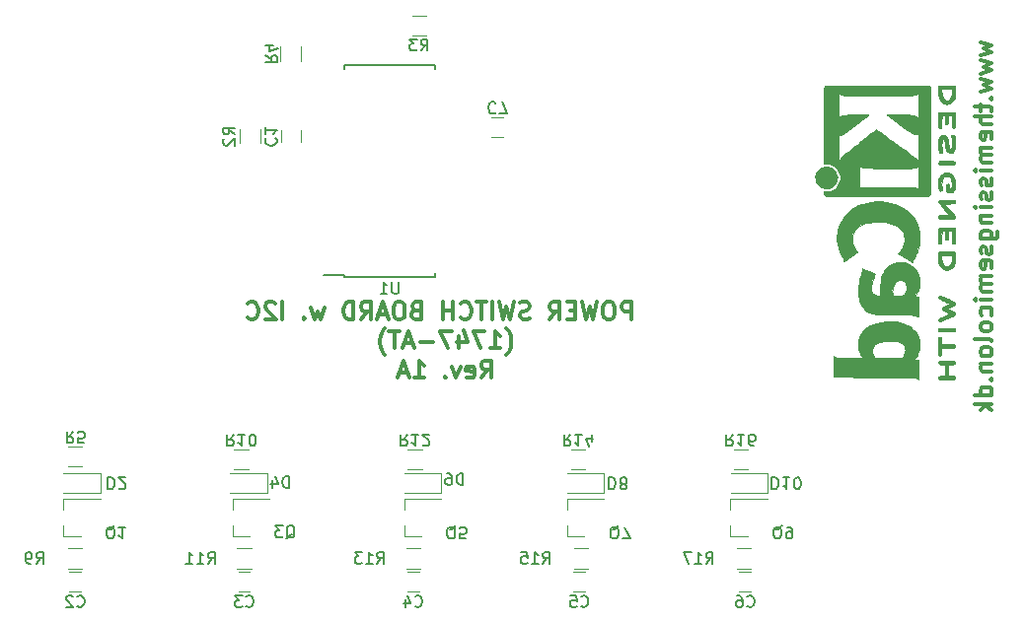
<source format=gbo>
G04 #@! TF.GenerationSoftware,KiCad,Pcbnew,(2017-11-24 revision a01d81e)-master*
G04 #@! TF.CreationDate,2017-12-03T16:31:32+01:00*
G04 #@! TF.ProjectId,PWRCTRLBRD,5057524354524C4252442E6B69636164,rev?*
G04 #@! TF.SameCoordinates,Original*
G04 #@! TF.FileFunction,Legend,Bot*
G04 #@! TF.FilePolarity,Positive*
%FSLAX46Y46*%
G04 Gerber Fmt 4.6, Leading zero omitted, Abs format (unit mm)*
G04 Created by KiCad (PCBNEW (2017-11-24 revision a01d81e)-master) date Sunday '03en' 03. December 2017 'kl'. 16.31.32*
%MOMM*%
%LPD*%
G01*
G04 APERTURE LIST*
%ADD10C,0.300000*%
%ADD11C,0.120000*%
%ADD12C,0.150000*%
%ADD13C,0.010000*%
G04 APERTURE END LIST*
D10*
X212252571Y-95584857D02*
X213252571Y-95870571D01*
X212538285Y-96156285D01*
X213252571Y-96442000D01*
X212252571Y-96727714D01*
X212252571Y-97156285D02*
X213252571Y-97442000D01*
X212538285Y-97727714D01*
X213252571Y-98013428D01*
X212252571Y-98299142D01*
X212252571Y-98727714D02*
X213252571Y-99013428D01*
X212538285Y-99299142D01*
X213252571Y-99584857D01*
X212252571Y-99870571D01*
X213109714Y-100442000D02*
X213181142Y-100513428D01*
X213252571Y-100442000D01*
X213181142Y-100370571D01*
X213109714Y-100442000D01*
X213252571Y-100442000D01*
X212252571Y-100942000D02*
X212252571Y-101513428D01*
X211752571Y-101156285D02*
X213038285Y-101156285D01*
X213181142Y-101227714D01*
X213252571Y-101370571D01*
X213252571Y-101513428D01*
X213252571Y-102013428D02*
X211752571Y-102013428D01*
X213252571Y-102656285D02*
X212466857Y-102656285D01*
X212324000Y-102584857D01*
X212252571Y-102442000D01*
X212252571Y-102227714D01*
X212324000Y-102084857D01*
X212395428Y-102013428D01*
X213181142Y-103942000D02*
X213252571Y-103799142D01*
X213252571Y-103513428D01*
X213181142Y-103370571D01*
X213038285Y-103299142D01*
X212466857Y-103299142D01*
X212324000Y-103370571D01*
X212252571Y-103513428D01*
X212252571Y-103799142D01*
X212324000Y-103942000D01*
X212466857Y-104013428D01*
X212609714Y-104013428D01*
X212752571Y-103299142D01*
X213252571Y-104656285D02*
X212252571Y-104656285D01*
X212395428Y-104656285D02*
X212324000Y-104727714D01*
X212252571Y-104870571D01*
X212252571Y-105084857D01*
X212324000Y-105227714D01*
X212466857Y-105299142D01*
X213252571Y-105299142D01*
X212466857Y-105299142D02*
X212324000Y-105370571D01*
X212252571Y-105513428D01*
X212252571Y-105727714D01*
X212324000Y-105870571D01*
X212466857Y-105942000D01*
X213252571Y-105942000D01*
X213252571Y-106656285D02*
X212252571Y-106656285D01*
X211752571Y-106656285D02*
X211824000Y-106584857D01*
X211895428Y-106656285D01*
X211824000Y-106727714D01*
X211752571Y-106656285D01*
X211895428Y-106656285D01*
X213181142Y-107299142D02*
X213252571Y-107442000D01*
X213252571Y-107727714D01*
X213181142Y-107870571D01*
X213038285Y-107942000D01*
X212966857Y-107942000D01*
X212824000Y-107870571D01*
X212752571Y-107727714D01*
X212752571Y-107513428D01*
X212681142Y-107370571D01*
X212538285Y-107299142D01*
X212466857Y-107299142D01*
X212324000Y-107370571D01*
X212252571Y-107513428D01*
X212252571Y-107727714D01*
X212324000Y-107870571D01*
X213181142Y-108513428D02*
X213252571Y-108656285D01*
X213252571Y-108942000D01*
X213181142Y-109084857D01*
X213038285Y-109156285D01*
X212966857Y-109156285D01*
X212824000Y-109084857D01*
X212752571Y-108942000D01*
X212752571Y-108727714D01*
X212681142Y-108584857D01*
X212538285Y-108513428D01*
X212466857Y-108513428D01*
X212324000Y-108584857D01*
X212252571Y-108727714D01*
X212252571Y-108942000D01*
X212324000Y-109084857D01*
X213252571Y-109799142D02*
X212252571Y-109799142D01*
X211752571Y-109799142D02*
X211824000Y-109727714D01*
X211895428Y-109799142D01*
X211824000Y-109870571D01*
X211752571Y-109799142D01*
X211895428Y-109799142D01*
X212252571Y-110513428D02*
X213252571Y-110513428D01*
X212395428Y-110513428D02*
X212324000Y-110584857D01*
X212252571Y-110727714D01*
X212252571Y-110942000D01*
X212324000Y-111084857D01*
X212466857Y-111156285D01*
X213252571Y-111156285D01*
X212252571Y-112513428D02*
X213466857Y-112513428D01*
X213609714Y-112442000D01*
X213681142Y-112370571D01*
X213752571Y-112227714D01*
X213752571Y-112013428D01*
X213681142Y-111870571D01*
X213181142Y-112513428D02*
X213252571Y-112370571D01*
X213252571Y-112084857D01*
X213181142Y-111942000D01*
X213109714Y-111870571D01*
X212966857Y-111799142D01*
X212538285Y-111799142D01*
X212395428Y-111870571D01*
X212324000Y-111942000D01*
X212252571Y-112084857D01*
X212252571Y-112370571D01*
X212324000Y-112513428D01*
X213181142Y-113156285D02*
X213252571Y-113299142D01*
X213252571Y-113584857D01*
X213181142Y-113727714D01*
X213038285Y-113799142D01*
X212966857Y-113799142D01*
X212824000Y-113727714D01*
X212752571Y-113584857D01*
X212752571Y-113370571D01*
X212681142Y-113227714D01*
X212538285Y-113156285D01*
X212466857Y-113156285D01*
X212324000Y-113227714D01*
X212252571Y-113370571D01*
X212252571Y-113584857D01*
X212324000Y-113727714D01*
X213181142Y-115013428D02*
X213252571Y-114870571D01*
X213252571Y-114584857D01*
X213181142Y-114442000D01*
X213038285Y-114370571D01*
X212466857Y-114370571D01*
X212324000Y-114442000D01*
X212252571Y-114584857D01*
X212252571Y-114870571D01*
X212324000Y-115013428D01*
X212466857Y-115084857D01*
X212609714Y-115084857D01*
X212752571Y-114370571D01*
X213252571Y-115727714D02*
X212252571Y-115727714D01*
X212395428Y-115727714D02*
X212324000Y-115799142D01*
X212252571Y-115942000D01*
X212252571Y-116156285D01*
X212324000Y-116299142D01*
X212466857Y-116370571D01*
X213252571Y-116370571D01*
X212466857Y-116370571D02*
X212324000Y-116442000D01*
X212252571Y-116584857D01*
X212252571Y-116799142D01*
X212324000Y-116942000D01*
X212466857Y-117013428D01*
X213252571Y-117013428D01*
X213252571Y-117727714D02*
X212252571Y-117727714D01*
X211752571Y-117727714D02*
X211824000Y-117656285D01*
X211895428Y-117727714D01*
X211824000Y-117799142D01*
X211752571Y-117727714D01*
X211895428Y-117727714D01*
X213181142Y-119084857D02*
X213252571Y-118942000D01*
X213252571Y-118656285D01*
X213181142Y-118513428D01*
X213109714Y-118442000D01*
X212966857Y-118370571D01*
X212538285Y-118370571D01*
X212395428Y-118442000D01*
X212324000Y-118513428D01*
X212252571Y-118656285D01*
X212252571Y-118942000D01*
X212324000Y-119084857D01*
X213252571Y-119942000D02*
X213181142Y-119799142D01*
X213109714Y-119727714D01*
X212966857Y-119656285D01*
X212538285Y-119656285D01*
X212395428Y-119727714D01*
X212324000Y-119799142D01*
X212252571Y-119942000D01*
X212252571Y-120156285D01*
X212324000Y-120299142D01*
X212395428Y-120370571D01*
X212538285Y-120442000D01*
X212966857Y-120442000D01*
X213109714Y-120370571D01*
X213181142Y-120299142D01*
X213252571Y-120156285D01*
X213252571Y-119942000D01*
X213252571Y-121299142D02*
X213181142Y-121156285D01*
X213038285Y-121084857D01*
X211752571Y-121084857D01*
X213252571Y-122084857D02*
X213181142Y-121942000D01*
X213109714Y-121870571D01*
X212966857Y-121799142D01*
X212538285Y-121799142D01*
X212395428Y-121870571D01*
X212324000Y-121942000D01*
X212252571Y-122084857D01*
X212252571Y-122299142D01*
X212324000Y-122442000D01*
X212395428Y-122513428D01*
X212538285Y-122584857D01*
X212966857Y-122584857D01*
X213109714Y-122513428D01*
X213181142Y-122442000D01*
X213252571Y-122299142D01*
X213252571Y-122084857D01*
X212252571Y-123227714D02*
X213252571Y-123227714D01*
X212395428Y-123227714D02*
X212324000Y-123299142D01*
X212252571Y-123442000D01*
X212252571Y-123656285D01*
X212324000Y-123799142D01*
X212466857Y-123870571D01*
X213252571Y-123870571D01*
X213109714Y-124584857D02*
X213181142Y-124656285D01*
X213252571Y-124584857D01*
X213181142Y-124513428D01*
X213109714Y-124584857D01*
X213252571Y-124584857D01*
X213252571Y-125942000D02*
X211752571Y-125942000D01*
X213181142Y-125942000D02*
X213252571Y-125799142D01*
X213252571Y-125513428D01*
X213181142Y-125370571D01*
X213109714Y-125299142D01*
X212966857Y-125227714D01*
X212538285Y-125227714D01*
X212395428Y-125299142D01*
X212324000Y-125370571D01*
X212252571Y-125513428D01*
X212252571Y-125799142D01*
X212324000Y-125942000D01*
X213252571Y-126656285D02*
X211752571Y-126656285D01*
X212681142Y-126799142D02*
X213252571Y-127227714D01*
X212252571Y-127227714D02*
X212824000Y-126656285D01*
X171588285Y-122467000D02*
X171659714Y-122395571D01*
X171802571Y-122181285D01*
X171874000Y-122038428D01*
X171945428Y-121824142D01*
X172016857Y-121467000D01*
X172016857Y-121181285D01*
X171945428Y-120824142D01*
X171874000Y-120609857D01*
X171802571Y-120467000D01*
X171659714Y-120252714D01*
X171588285Y-120181285D01*
X170231142Y-121895571D02*
X171088285Y-121895571D01*
X170659714Y-121895571D02*
X170659714Y-120395571D01*
X170802571Y-120609857D01*
X170945428Y-120752714D01*
X171088285Y-120824142D01*
X169731142Y-120395571D02*
X168731142Y-120395571D01*
X169374000Y-121895571D01*
X167516857Y-120895571D02*
X167516857Y-121895571D01*
X167874000Y-120324142D02*
X168231142Y-121395571D01*
X167302571Y-121395571D01*
X166874000Y-120395571D02*
X165874000Y-120395571D01*
X166516857Y-121895571D01*
X165302571Y-121324142D02*
X164159714Y-121324142D01*
X163516857Y-121467000D02*
X162802571Y-121467000D01*
X163659714Y-121895571D02*
X163159714Y-120395571D01*
X162659714Y-121895571D01*
X162374000Y-120395571D02*
X161516857Y-120395571D01*
X161945428Y-121895571D02*
X161945428Y-120395571D01*
X161159714Y-122467000D02*
X161088285Y-122395571D01*
X160945428Y-122181285D01*
X160874000Y-122038428D01*
X160802571Y-121824142D01*
X160731142Y-121467000D01*
X160731142Y-121181285D01*
X160802571Y-120824142D01*
X160874000Y-120609857D01*
X160945428Y-120467000D01*
X161088285Y-120252714D01*
X161159714Y-120181285D01*
X169409714Y-124445571D02*
X169909714Y-123731285D01*
X170266857Y-124445571D02*
X170266857Y-122945571D01*
X169695428Y-122945571D01*
X169552571Y-123017000D01*
X169481142Y-123088428D01*
X169409714Y-123231285D01*
X169409714Y-123445571D01*
X169481142Y-123588428D01*
X169552571Y-123659857D01*
X169695428Y-123731285D01*
X170266857Y-123731285D01*
X168195428Y-124374142D02*
X168338285Y-124445571D01*
X168624000Y-124445571D01*
X168766857Y-124374142D01*
X168838285Y-124231285D01*
X168838285Y-123659857D01*
X168766857Y-123517000D01*
X168624000Y-123445571D01*
X168338285Y-123445571D01*
X168195428Y-123517000D01*
X168124000Y-123659857D01*
X168124000Y-123802714D01*
X168838285Y-123945571D01*
X167624000Y-123445571D02*
X167266857Y-124445571D01*
X166909714Y-123445571D01*
X166338285Y-124302714D02*
X166266857Y-124374142D01*
X166338285Y-124445571D01*
X166409714Y-124374142D01*
X166338285Y-124302714D01*
X166338285Y-124445571D01*
X163695428Y-124445571D02*
X164552571Y-124445571D01*
X164124000Y-124445571D02*
X164124000Y-122945571D01*
X164266857Y-123159857D01*
X164409714Y-123302714D01*
X164552571Y-123374142D01*
X163124000Y-124017000D02*
X162409714Y-124017000D01*
X163266857Y-124445571D02*
X162766857Y-122945571D01*
X162266857Y-124445571D01*
X182302571Y-119420571D02*
X182302571Y-117920571D01*
X181731142Y-117920571D01*
X181588285Y-117992000D01*
X181516857Y-118063428D01*
X181445428Y-118206285D01*
X181445428Y-118420571D01*
X181516857Y-118563428D01*
X181588285Y-118634857D01*
X181731142Y-118706285D01*
X182302571Y-118706285D01*
X180516857Y-117920571D02*
X180231142Y-117920571D01*
X180088285Y-117992000D01*
X179945428Y-118134857D01*
X179874000Y-118420571D01*
X179874000Y-118920571D01*
X179945428Y-119206285D01*
X180088285Y-119349142D01*
X180231142Y-119420571D01*
X180516857Y-119420571D01*
X180659714Y-119349142D01*
X180802571Y-119206285D01*
X180874000Y-118920571D01*
X180874000Y-118420571D01*
X180802571Y-118134857D01*
X180659714Y-117992000D01*
X180516857Y-117920571D01*
X179374000Y-117920571D02*
X179016857Y-119420571D01*
X178731142Y-118349142D01*
X178445428Y-119420571D01*
X178088285Y-117920571D01*
X177516857Y-118634857D02*
X177016857Y-118634857D01*
X176802571Y-119420571D02*
X177516857Y-119420571D01*
X177516857Y-117920571D01*
X176802571Y-117920571D01*
X175302571Y-119420571D02*
X175802571Y-118706285D01*
X176159714Y-119420571D02*
X176159714Y-117920571D01*
X175588285Y-117920571D01*
X175445428Y-117992000D01*
X175374000Y-118063428D01*
X175302571Y-118206285D01*
X175302571Y-118420571D01*
X175374000Y-118563428D01*
X175445428Y-118634857D01*
X175588285Y-118706285D01*
X176159714Y-118706285D01*
X173588285Y-119349142D02*
X173374000Y-119420571D01*
X173016857Y-119420571D01*
X172874000Y-119349142D01*
X172802571Y-119277714D01*
X172731142Y-119134857D01*
X172731142Y-118992000D01*
X172802571Y-118849142D01*
X172874000Y-118777714D01*
X173016857Y-118706285D01*
X173302571Y-118634857D01*
X173445428Y-118563428D01*
X173516857Y-118492000D01*
X173588285Y-118349142D01*
X173588285Y-118206285D01*
X173516857Y-118063428D01*
X173445428Y-117992000D01*
X173302571Y-117920571D01*
X172945428Y-117920571D01*
X172731142Y-117992000D01*
X172231142Y-117920571D02*
X171874000Y-119420571D01*
X171588285Y-118349142D01*
X171302571Y-119420571D01*
X170945428Y-117920571D01*
X170374000Y-119420571D02*
X170374000Y-117920571D01*
X169874000Y-117920571D02*
X169016857Y-117920571D01*
X169445428Y-119420571D02*
X169445428Y-117920571D01*
X167659714Y-119277714D02*
X167731142Y-119349142D01*
X167945428Y-119420571D01*
X168088285Y-119420571D01*
X168302571Y-119349142D01*
X168445428Y-119206285D01*
X168516857Y-119063428D01*
X168588285Y-118777714D01*
X168588285Y-118563428D01*
X168516857Y-118277714D01*
X168445428Y-118134857D01*
X168302571Y-117992000D01*
X168088285Y-117920571D01*
X167945428Y-117920571D01*
X167731142Y-117992000D01*
X167659714Y-118063428D01*
X167016857Y-119420571D02*
X167016857Y-117920571D01*
X167016857Y-118634857D02*
X166159714Y-118634857D01*
X166159714Y-119420571D02*
X166159714Y-117920571D01*
X163802571Y-118634857D02*
X163588285Y-118706285D01*
X163516857Y-118777714D01*
X163445428Y-118920571D01*
X163445428Y-119134857D01*
X163516857Y-119277714D01*
X163588285Y-119349142D01*
X163731142Y-119420571D01*
X164302571Y-119420571D01*
X164302571Y-117920571D01*
X163802571Y-117920571D01*
X163659714Y-117992000D01*
X163588285Y-118063428D01*
X163516857Y-118206285D01*
X163516857Y-118349142D01*
X163588285Y-118492000D01*
X163659714Y-118563428D01*
X163802571Y-118634857D01*
X164302571Y-118634857D01*
X162516857Y-117920571D02*
X162231142Y-117920571D01*
X162088285Y-117992000D01*
X161945428Y-118134857D01*
X161874000Y-118420571D01*
X161874000Y-118920571D01*
X161945428Y-119206285D01*
X162088285Y-119349142D01*
X162231142Y-119420571D01*
X162516857Y-119420571D01*
X162659714Y-119349142D01*
X162802571Y-119206285D01*
X162874000Y-118920571D01*
X162874000Y-118420571D01*
X162802571Y-118134857D01*
X162659714Y-117992000D01*
X162516857Y-117920571D01*
X161302571Y-118992000D02*
X160588285Y-118992000D01*
X161445428Y-119420571D02*
X160945428Y-117920571D01*
X160445428Y-119420571D01*
X159088285Y-119420571D02*
X159588285Y-118706285D01*
X159945428Y-119420571D02*
X159945428Y-117920571D01*
X159374000Y-117920571D01*
X159231142Y-117992000D01*
X159159714Y-118063428D01*
X159088285Y-118206285D01*
X159088285Y-118420571D01*
X159159714Y-118563428D01*
X159231142Y-118634857D01*
X159374000Y-118706285D01*
X159945428Y-118706285D01*
X158445428Y-119420571D02*
X158445428Y-117920571D01*
X158088285Y-117920571D01*
X157874000Y-117992000D01*
X157731142Y-118134857D01*
X157659714Y-118277714D01*
X157588285Y-118563428D01*
X157588285Y-118777714D01*
X157659714Y-119063428D01*
X157731142Y-119206285D01*
X157874000Y-119349142D01*
X158088285Y-119420571D01*
X158445428Y-119420571D01*
X155945428Y-118420571D02*
X155659714Y-119420571D01*
X155374000Y-118706285D01*
X155088285Y-119420571D01*
X154802571Y-118420571D01*
X154231142Y-119277714D02*
X154159714Y-119349142D01*
X154231142Y-119420571D01*
X154302571Y-119349142D01*
X154231142Y-119277714D01*
X154231142Y-119420571D01*
X152374000Y-119420571D02*
X152374000Y-117920571D01*
X151731142Y-118063428D02*
X151659714Y-117992000D01*
X151516857Y-117920571D01*
X151159714Y-117920571D01*
X151016857Y-117992000D01*
X150945428Y-118063428D01*
X150874000Y-118206285D01*
X150874000Y-118349142D01*
X150945428Y-118563428D01*
X151802571Y-119420571D01*
X150874000Y-119420571D01*
X149374000Y-119277714D02*
X149445428Y-119349142D01*
X149659714Y-119420571D01*
X149802571Y-119420571D01*
X150016857Y-119349142D01*
X150159714Y-119206285D01*
X150231142Y-119063428D01*
X150302571Y-118777714D01*
X150302571Y-118563428D01*
X150231142Y-118277714D01*
X150159714Y-118134857D01*
X150016857Y-117992000D01*
X149802571Y-117920571D01*
X149659714Y-117920571D01*
X149445428Y-117992000D01*
X149374000Y-118063428D01*
D11*
X152224000Y-104192000D02*
X152224000Y-103192000D01*
X153924000Y-103192000D02*
X153924000Y-104192000D01*
X135074000Y-142792000D02*
X134074000Y-142792000D01*
X134074000Y-141092000D02*
X135074000Y-141092000D01*
X149574000Y-142792000D02*
X148574000Y-142792000D01*
X148574000Y-141092000D02*
X149574000Y-141092000D01*
X164074000Y-142792000D02*
X163074000Y-142792000D01*
X163074000Y-141092000D02*
X164074000Y-141092000D01*
X178324000Y-142792000D02*
X177324000Y-142792000D01*
X177324000Y-141092000D02*
X178324000Y-141092000D01*
X192574000Y-142792000D02*
X191574000Y-142792000D01*
X191574000Y-141092000D02*
X192574000Y-141092000D01*
X133564000Y-138022000D02*
X133564000Y-137092000D01*
X133564000Y-134862000D02*
X133564000Y-135792000D01*
X133564000Y-134862000D02*
X136724000Y-134862000D01*
X133564000Y-138022000D02*
X135024000Y-138022000D01*
X148064000Y-138022000D02*
X148064000Y-137092000D01*
X148064000Y-134862000D02*
X148064000Y-135792000D01*
X148064000Y-134862000D02*
X151224000Y-134862000D01*
X148064000Y-138022000D02*
X149524000Y-138022000D01*
X162814000Y-138022000D02*
X162814000Y-137092000D01*
X162814000Y-134862000D02*
X162814000Y-135792000D01*
X162814000Y-134862000D02*
X165974000Y-134862000D01*
X162814000Y-138022000D02*
X164274000Y-138022000D01*
X176814000Y-138022000D02*
X176814000Y-137092000D01*
X176814000Y-134862000D02*
X176814000Y-135792000D01*
X176814000Y-134862000D02*
X179974000Y-134862000D01*
X176814000Y-138022000D02*
X178274000Y-138022000D01*
X190814000Y-138022000D02*
X190814000Y-137092000D01*
X190814000Y-134862000D02*
X190814000Y-135792000D01*
X190814000Y-134862000D02*
X193974000Y-134862000D01*
X190814000Y-138022000D02*
X192274000Y-138022000D01*
X148694000Y-103092000D02*
X148694000Y-104292000D01*
X150454000Y-104292000D02*
X150454000Y-103092000D01*
X164674000Y-93312000D02*
X163474000Y-93312000D01*
X163474000Y-95072000D02*
X164674000Y-95072000D01*
X153954000Y-97192000D02*
X153954000Y-95992000D01*
X152194000Y-95992000D02*
X152194000Y-97192000D01*
X133974000Y-132072000D02*
X135174000Y-132072000D01*
X135174000Y-130312000D02*
X133974000Y-130312000D01*
X135174000Y-139062000D02*
X133974000Y-139062000D01*
X133974000Y-140822000D02*
X135174000Y-140822000D01*
X148224000Y-132322000D02*
X149424000Y-132322000D01*
X149424000Y-130562000D02*
X148224000Y-130562000D01*
X149674000Y-139062000D02*
X148474000Y-139062000D01*
X148474000Y-140822000D02*
X149674000Y-140822000D01*
X163124000Y-132322000D02*
X164324000Y-132322000D01*
X164324000Y-130562000D02*
X163124000Y-130562000D01*
X164174000Y-139062000D02*
X162974000Y-139062000D01*
X162974000Y-140822000D02*
X164174000Y-140822000D01*
X177124000Y-132322000D02*
X178324000Y-132322000D01*
X178324000Y-130562000D02*
X177124000Y-130562000D01*
X178574000Y-139062000D02*
X177374000Y-139062000D01*
X177374000Y-140822000D02*
X178574000Y-140822000D01*
X191074000Y-132322000D02*
X192274000Y-132322000D01*
X192274000Y-130562000D02*
X191074000Y-130562000D01*
X192574000Y-139062000D02*
X191374000Y-139062000D01*
X191374000Y-140822000D02*
X192574000Y-140822000D01*
D12*
X157699000Y-115817000D02*
X157699000Y-115567000D01*
X165449000Y-115817000D02*
X165449000Y-115472000D01*
X165449000Y-97567000D02*
X165449000Y-97912000D01*
X157699000Y-97567000D02*
X157699000Y-97912000D01*
X157699000Y-115817000D02*
X165449000Y-115817000D01*
X157699000Y-97567000D02*
X165449000Y-97567000D01*
X157699000Y-115567000D02*
X155874000Y-115567000D01*
D11*
X170324000Y-102092000D02*
X171324000Y-102092000D01*
X171324000Y-103792000D02*
X170324000Y-103792000D01*
D13*
G36*
X208632391Y-99644603D02*
X208633197Y-99723920D01*
X208638805Y-99956331D01*
X208655462Y-100150974D01*
X208684957Y-100314484D01*
X208729074Y-100453494D01*
X208789602Y-100574639D01*
X208868327Y-100684551D01*
X208902525Y-100723809D01*
X208982542Y-100788931D01*
X209091123Y-100847652D01*
X209211480Y-100892911D01*
X209326824Y-100917645D01*
X209369446Y-100920215D01*
X209487599Y-100904110D01*
X209616659Y-100860953D01*
X209738819Y-100798476D01*
X209836269Y-100724413D01*
X209848027Y-100712383D01*
X209930671Y-100610481D01*
X209995186Y-100498892D01*
X210043260Y-100371182D01*
X210076584Y-100220918D01*
X210096849Y-100041666D01*
X210105746Y-99826993D01*
X210106500Y-99728663D01*
X210105898Y-99603640D01*
X210103381Y-99515718D01*
X210097881Y-99456647D01*
X210088332Y-99418180D01*
X210073666Y-99392068D01*
X210061143Y-99378072D01*
X210045929Y-99364851D01*
X210026302Y-99354480D01*
X209997005Y-99346615D01*
X209952780Y-99340909D01*
X209888369Y-99337019D01*
X209798514Y-99334600D01*
X209677959Y-99333306D01*
X209521444Y-99332794D01*
X209369446Y-99332715D01*
X209166717Y-99332215D01*
X209004768Y-99332323D01*
X208927214Y-99334252D01*
X208927214Y-99627536D01*
X209811679Y-99627536D01*
X209811507Y-99814634D01*
X209808278Y-99927216D01*
X209799960Y-100045128D01*
X209788325Y-100143507D01*
X209787846Y-100146500D01*
X209749404Y-100305500D01*
X209689533Y-100428826D01*
X209604335Y-100522637D01*
X209512091Y-100582243D01*
X209409766Y-100618970D01*
X209313686Y-100616122D01*
X209210696Y-100573498D01*
X209104153Y-100490126D01*
X209025204Y-100374594D01*
X208972433Y-100224423D01*
X208953758Y-100124061D01*
X208940643Y-100010137D01*
X208931150Y-99889395D01*
X208927204Y-99786699D01*
X208927185Y-99780616D01*
X208927214Y-99627536D01*
X208927214Y-99334252D01*
X208879059Y-99335451D01*
X208785048Y-99344014D01*
X208718197Y-99360422D01*
X208673963Y-99387090D01*
X208647806Y-99426429D01*
X208635186Y-99480852D01*
X208631561Y-99552773D01*
X208632391Y-99644603D01*
X208632391Y-99644603D01*
G37*
X208632391Y-99644603D02*
X208633197Y-99723920D01*
X208638805Y-99956331D01*
X208655462Y-100150974D01*
X208684957Y-100314484D01*
X208729074Y-100453494D01*
X208789602Y-100574639D01*
X208868327Y-100684551D01*
X208902525Y-100723809D01*
X208982542Y-100788931D01*
X209091123Y-100847652D01*
X209211480Y-100892911D01*
X209326824Y-100917645D01*
X209369446Y-100920215D01*
X209487599Y-100904110D01*
X209616659Y-100860953D01*
X209738819Y-100798476D01*
X209836269Y-100724413D01*
X209848027Y-100712383D01*
X209930671Y-100610481D01*
X209995186Y-100498892D01*
X210043260Y-100371182D01*
X210076584Y-100220918D01*
X210096849Y-100041666D01*
X210105746Y-99826993D01*
X210106500Y-99728663D01*
X210105898Y-99603640D01*
X210103381Y-99515718D01*
X210097881Y-99456647D01*
X210088332Y-99418180D01*
X210073666Y-99392068D01*
X210061143Y-99378072D01*
X210045929Y-99364851D01*
X210026302Y-99354480D01*
X209997005Y-99346615D01*
X209952780Y-99340909D01*
X209888369Y-99337019D01*
X209798514Y-99334600D01*
X209677959Y-99333306D01*
X209521444Y-99332794D01*
X209369446Y-99332715D01*
X209166717Y-99332215D01*
X209004768Y-99332323D01*
X208927214Y-99334252D01*
X208927214Y-99627536D01*
X209811679Y-99627536D01*
X209811507Y-99814634D01*
X209808278Y-99927216D01*
X209799960Y-100045128D01*
X209788325Y-100143507D01*
X209787846Y-100146500D01*
X209749404Y-100305500D01*
X209689533Y-100428826D01*
X209604335Y-100522637D01*
X209512091Y-100582243D01*
X209409766Y-100618970D01*
X209313686Y-100616122D01*
X209210696Y-100573498D01*
X209104153Y-100490126D01*
X209025204Y-100374594D01*
X208972433Y-100224423D01*
X208953758Y-100124061D01*
X208940643Y-100010137D01*
X208931150Y-99889395D01*
X208927204Y-99786699D01*
X208927185Y-99780616D01*
X208927214Y-99627536D01*
X208927214Y-99334252D01*
X208879059Y-99335451D01*
X208785048Y-99344014D01*
X208718197Y-99360422D01*
X208673963Y-99387090D01*
X208647806Y-99426429D01*
X208635186Y-99480852D01*
X208631561Y-99552773D01*
X208632391Y-99644603D01*
G36*
X208632552Y-102474334D02*
X208633300Y-102613770D01*
X208635040Y-102719017D01*
X208638177Y-102795656D01*
X208643113Y-102849270D01*
X208650253Y-102885443D01*
X208660001Y-102909759D01*
X208672761Y-102927799D01*
X208678633Y-102934331D01*
X208741027Y-102974058D01*
X208812718Y-102981211D01*
X208876364Y-102955077D01*
X208889227Y-102942993D01*
X208901698Y-102923448D01*
X208911320Y-102891977D01*
X208918559Y-102842744D01*
X208923883Y-102769914D01*
X208927762Y-102667651D01*
X208930664Y-102530118D01*
X208932429Y-102404377D01*
X208938554Y-101906732D01*
X209068955Y-101899931D01*
X209199357Y-101893130D01*
X209199357Y-102230925D01*
X209200622Y-102377574D01*
X209205914Y-102484936D01*
X209217478Y-102559043D01*
X209237558Y-102605931D01*
X209268398Y-102631633D01*
X209312244Y-102642184D01*
X209352937Y-102643786D01*
X209402868Y-102638807D01*
X209439660Y-102620016D01*
X209465235Y-102581633D01*
X209481516Y-102517880D01*
X209490426Y-102422976D01*
X209493887Y-102291142D01*
X209494179Y-102219186D01*
X209494179Y-101895393D01*
X209811679Y-101895393D01*
X209811679Y-102394322D01*
X209811906Y-102557867D01*
X209812929Y-102682163D01*
X209815256Y-102773314D01*
X209819395Y-102837428D01*
X209825857Y-102880610D01*
X209835148Y-102908967D01*
X209847779Y-102928605D01*
X209857036Y-102938607D01*
X209911063Y-102972918D01*
X209959089Y-102983965D01*
X210017751Y-102968191D01*
X210061143Y-102938607D01*
X210074803Y-102922824D01*
X210085410Y-102902449D01*
X210093348Y-102872002D01*
X210099003Y-102826003D01*
X210102759Y-102758970D01*
X210105000Y-102665422D01*
X210106111Y-102539880D01*
X210106476Y-102376862D01*
X210106500Y-102292268D01*
X210106340Y-102111112D01*
X210105602Y-101969832D01*
X210103904Y-101862948D01*
X210100859Y-101784978D01*
X210096083Y-101730441D01*
X210089192Y-101693858D01*
X210079801Y-101669747D01*
X210067525Y-101652627D01*
X210061143Y-101645929D01*
X210045882Y-101632672D01*
X210026193Y-101622281D01*
X209996801Y-101614409D01*
X209952430Y-101608707D01*
X209887803Y-101604828D01*
X209797644Y-101602423D01*
X209676678Y-101601144D01*
X209519628Y-101600645D01*
X209373400Y-101600572D01*
X209186134Y-101600639D01*
X209038928Y-101601110D01*
X208926482Y-101602387D01*
X208843499Y-101604871D01*
X208784680Y-101608964D01*
X208744727Y-101615069D01*
X208718341Y-101623588D01*
X208700225Y-101634922D01*
X208685080Y-101649475D01*
X208681703Y-101653060D01*
X208666755Y-101670459D01*
X208655180Y-101690675D01*
X208646545Y-101719316D01*
X208640422Y-101761991D01*
X208636379Y-101824305D01*
X208633986Y-101911868D01*
X208632811Y-102030287D01*
X208632425Y-102185169D01*
X208632393Y-102295123D01*
X208632552Y-102474334D01*
X208632552Y-102474334D01*
G37*
X208632552Y-102474334D02*
X208633300Y-102613770D01*
X208635040Y-102719017D01*
X208638177Y-102795656D01*
X208643113Y-102849270D01*
X208650253Y-102885443D01*
X208660001Y-102909759D01*
X208672761Y-102927799D01*
X208678633Y-102934331D01*
X208741027Y-102974058D01*
X208812718Y-102981211D01*
X208876364Y-102955077D01*
X208889227Y-102942993D01*
X208901698Y-102923448D01*
X208911320Y-102891977D01*
X208918559Y-102842744D01*
X208923883Y-102769914D01*
X208927762Y-102667651D01*
X208930664Y-102530118D01*
X208932429Y-102404377D01*
X208938554Y-101906732D01*
X209068955Y-101899931D01*
X209199357Y-101893130D01*
X209199357Y-102230925D01*
X209200622Y-102377574D01*
X209205914Y-102484936D01*
X209217478Y-102559043D01*
X209237558Y-102605931D01*
X209268398Y-102631633D01*
X209312244Y-102642184D01*
X209352937Y-102643786D01*
X209402868Y-102638807D01*
X209439660Y-102620016D01*
X209465235Y-102581633D01*
X209481516Y-102517880D01*
X209490426Y-102422976D01*
X209493887Y-102291142D01*
X209494179Y-102219186D01*
X209494179Y-101895393D01*
X209811679Y-101895393D01*
X209811679Y-102394322D01*
X209811906Y-102557867D01*
X209812929Y-102682163D01*
X209815256Y-102773314D01*
X209819395Y-102837428D01*
X209825857Y-102880610D01*
X209835148Y-102908967D01*
X209847779Y-102928605D01*
X209857036Y-102938607D01*
X209911063Y-102972918D01*
X209959089Y-102983965D01*
X210017751Y-102968191D01*
X210061143Y-102938607D01*
X210074803Y-102922824D01*
X210085410Y-102902449D01*
X210093348Y-102872002D01*
X210099003Y-102826003D01*
X210102759Y-102758970D01*
X210105000Y-102665422D01*
X210106111Y-102539880D01*
X210106476Y-102376862D01*
X210106500Y-102292268D01*
X210106340Y-102111112D01*
X210105602Y-101969832D01*
X210103904Y-101862948D01*
X210100859Y-101784978D01*
X210096083Y-101730441D01*
X210089192Y-101693858D01*
X210079801Y-101669747D01*
X210067525Y-101652627D01*
X210061143Y-101645929D01*
X210045882Y-101632672D01*
X210026193Y-101622281D01*
X209996801Y-101614409D01*
X209952430Y-101608707D01*
X209887803Y-101604828D01*
X209797644Y-101602423D01*
X209676678Y-101601144D01*
X209519628Y-101600645D01*
X209373400Y-101600572D01*
X209186134Y-101600639D01*
X209038928Y-101601110D01*
X208926482Y-101602387D01*
X208843499Y-101604871D01*
X208784680Y-101608964D01*
X208744727Y-101615069D01*
X208718341Y-101623588D01*
X208700225Y-101634922D01*
X208685080Y-101649475D01*
X208681703Y-101653060D01*
X208666755Y-101670459D01*
X208655180Y-101690675D01*
X208646545Y-101719316D01*
X208640422Y-101761991D01*
X208636379Y-101824305D01*
X208633986Y-101911868D01*
X208632811Y-102030287D01*
X208632425Y-102185169D01*
X208632393Y-102295123D01*
X208632552Y-102474334D01*
G36*
X208634973Y-104525634D02*
X208645480Y-104675932D01*
X208661891Y-104815717D01*
X208683587Y-104936863D01*
X208709950Y-105031246D01*
X208740364Y-105090739D01*
X208749317Y-105099871D01*
X208818788Y-105131625D01*
X208890108Y-105121996D01*
X208951127Y-105072743D01*
X208952875Y-105070393D01*
X208971676Y-105041423D01*
X208981562Y-105011181D01*
X208982763Y-104968999D01*
X208975507Y-104904208D01*
X208960024Y-104806139D01*
X208958721Y-104798250D01*
X208940769Y-104652123D01*
X208931913Y-104494466D01*
X208931827Y-104336344D01*
X208940185Y-104188820D01*
X208956659Y-104062960D01*
X208980923Y-103969828D01*
X208983362Y-103963709D01*
X209021217Y-103896145D01*
X209059527Y-103872407D01*
X209097204Y-103890990D01*
X209133160Y-103950389D01*
X209166306Y-104049099D01*
X209195554Y-104185615D01*
X209209636Y-104276643D01*
X209236723Y-104465862D01*
X209261484Y-104616355D01*
X209286063Y-104734534D01*
X209312605Y-104826809D01*
X209343253Y-104899590D01*
X209380152Y-104959290D01*
X209425445Y-105012318D01*
X209469923Y-105054931D01*
X209531895Y-105105486D01*
X209585184Y-105130365D01*
X209650839Y-105138146D01*
X209674883Y-105138429D01*
X209754671Y-105132585D01*
X209814030Y-105109229D01*
X209866716Y-105068807D01*
X209947254Y-104986656D01*
X210008674Y-104895048D01*
X210052979Y-104787176D01*
X210082172Y-104656235D01*
X210098256Y-104495416D01*
X210103233Y-104297914D01*
X210103149Y-104265304D01*
X210100419Y-104133599D01*
X210094216Y-104002985D01*
X210085430Y-103887699D01*
X210074950Y-103801980D01*
X210073747Y-103795047D01*
X210053558Y-103709821D01*
X210028055Y-103637533D01*
X210004739Y-103596610D01*
X209943229Y-103558526D01*
X209871602Y-103555875D01*
X209807771Y-103588705D01*
X209800553Y-103596050D01*
X209779107Y-103626412D01*
X209769867Y-103664382D01*
X209771440Y-103723148D01*
X209779613Y-103794488D01*
X209786914Y-103874203D01*
X209793074Y-103985951D01*
X209797544Y-104116408D01*
X209799776Y-104252254D01*
X209799923Y-104287982D01*
X209799373Y-104424334D01*
X209796726Y-104524124D01*
X209791063Y-104596132D01*
X209781466Y-104649140D01*
X209767017Y-104691927D01*
X209754982Y-104717640D01*
X209721565Y-104774143D01*
X209691301Y-104810167D01*
X209682722Y-104815432D01*
X209647296Y-104804325D01*
X209613001Y-104751523D01*
X209581394Y-104660684D01*
X209554031Y-104535468D01*
X209547936Y-104498576D01*
X209517670Y-104305882D01*
X209492373Y-104152096D01*
X209470206Y-104031283D01*
X209449330Y-103937505D01*
X209427907Y-103864829D01*
X209404099Y-103807317D01*
X209376068Y-103759035D01*
X209341975Y-103714047D01*
X209299982Y-103666417D01*
X209285259Y-103650389D01*
X209230314Y-103594194D01*
X209186781Y-103564448D01*
X209136965Y-103552811D01*
X209074189Y-103550929D01*
X208951085Y-103571649D01*
X208846491Y-103633571D01*
X208760745Y-103736341D01*
X208694184Y-103879602D01*
X208664329Y-103981822D01*
X208645047Y-104092917D01*
X208634139Y-104226001D01*
X208630987Y-104372948D01*
X208634973Y-104525634D01*
X208634973Y-104525634D01*
G37*
X208634973Y-104525634D02*
X208645480Y-104675932D01*
X208661891Y-104815717D01*
X208683587Y-104936863D01*
X208709950Y-105031246D01*
X208740364Y-105090739D01*
X208749317Y-105099871D01*
X208818788Y-105131625D01*
X208890108Y-105121996D01*
X208951127Y-105072743D01*
X208952875Y-105070393D01*
X208971676Y-105041423D01*
X208981562Y-105011181D01*
X208982763Y-104968999D01*
X208975507Y-104904208D01*
X208960024Y-104806139D01*
X208958721Y-104798250D01*
X208940769Y-104652123D01*
X208931913Y-104494466D01*
X208931827Y-104336344D01*
X208940185Y-104188820D01*
X208956659Y-104062960D01*
X208980923Y-103969828D01*
X208983362Y-103963709D01*
X209021217Y-103896145D01*
X209059527Y-103872407D01*
X209097204Y-103890990D01*
X209133160Y-103950389D01*
X209166306Y-104049099D01*
X209195554Y-104185615D01*
X209209636Y-104276643D01*
X209236723Y-104465862D01*
X209261484Y-104616355D01*
X209286063Y-104734534D01*
X209312605Y-104826809D01*
X209343253Y-104899590D01*
X209380152Y-104959290D01*
X209425445Y-105012318D01*
X209469923Y-105054931D01*
X209531895Y-105105486D01*
X209585184Y-105130365D01*
X209650839Y-105138146D01*
X209674883Y-105138429D01*
X209754671Y-105132585D01*
X209814030Y-105109229D01*
X209866716Y-105068807D01*
X209947254Y-104986656D01*
X210008674Y-104895048D01*
X210052979Y-104787176D01*
X210082172Y-104656235D01*
X210098256Y-104495416D01*
X210103233Y-104297914D01*
X210103149Y-104265304D01*
X210100419Y-104133599D01*
X210094216Y-104002985D01*
X210085430Y-103887699D01*
X210074950Y-103801980D01*
X210073747Y-103795047D01*
X210053558Y-103709821D01*
X210028055Y-103637533D01*
X210004739Y-103596610D01*
X209943229Y-103558526D01*
X209871602Y-103555875D01*
X209807771Y-103588705D01*
X209800553Y-103596050D01*
X209779107Y-103626412D01*
X209769867Y-103664382D01*
X209771440Y-103723148D01*
X209779613Y-103794488D01*
X209786914Y-103874203D01*
X209793074Y-103985951D01*
X209797544Y-104116408D01*
X209799776Y-104252254D01*
X209799923Y-104287982D01*
X209799373Y-104424334D01*
X209796726Y-104524124D01*
X209791063Y-104596132D01*
X209781466Y-104649140D01*
X209767017Y-104691927D01*
X209754982Y-104717640D01*
X209721565Y-104774143D01*
X209691301Y-104810167D01*
X209682722Y-104815432D01*
X209647296Y-104804325D01*
X209613001Y-104751523D01*
X209581394Y-104660684D01*
X209554031Y-104535468D01*
X209547936Y-104498576D01*
X209517670Y-104305882D01*
X209492373Y-104152096D01*
X209470206Y-104031283D01*
X209449330Y-103937505D01*
X209427907Y-103864829D01*
X209404099Y-103807317D01*
X209376068Y-103759035D01*
X209341975Y-103714047D01*
X209299982Y-103666417D01*
X209285259Y-103650389D01*
X209230314Y-103594194D01*
X209186781Y-103564448D01*
X209136965Y-103552811D01*
X209074189Y-103550929D01*
X208951085Y-103571649D01*
X208846491Y-103633571D01*
X208760745Y-103736341D01*
X208694184Y-103879602D01*
X208664329Y-103981822D01*
X208645047Y-104092917D01*
X208634139Y-104226001D01*
X208630987Y-104372948D01*
X208634973Y-104525634D01*
G36*
X208677750Y-106068250D02*
X208692964Y-106081471D01*
X208712591Y-106091841D01*
X208741888Y-106099707D01*
X208786113Y-106105413D01*
X208850524Y-106109303D01*
X208940378Y-106111722D01*
X209060934Y-106113016D01*
X209217448Y-106113528D01*
X209369446Y-106113607D01*
X209557978Y-106113467D01*
X209706410Y-106112818D01*
X209820001Y-106111314D01*
X209904009Y-106108611D01*
X209963690Y-106104364D01*
X210004302Y-106098228D01*
X210031104Y-106089859D01*
X210049353Y-106078911D01*
X210061143Y-106068250D01*
X210100680Y-106001949D01*
X210097131Y-105931304D01*
X210054011Y-105868096D01*
X210037177Y-105853573D01*
X210017644Y-105842223D01*
X209990015Y-105833655D01*
X209948889Y-105827478D01*
X209888868Y-105823302D01*
X209804551Y-105820735D01*
X209690540Y-105819388D01*
X209541434Y-105818868D01*
X209372623Y-105818786D01*
X208743724Y-105818786D01*
X208688058Y-105874452D01*
X208641225Y-105943066D01*
X208639538Y-106009623D01*
X208677750Y-106068250D01*
X208677750Y-106068250D01*
G37*
X208677750Y-106068250D02*
X208692964Y-106081471D01*
X208712591Y-106091841D01*
X208741888Y-106099707D01*
X208786113Y-106105413D01*
X208850524Y-106109303D01*
X208940378Y-106111722D01*
X209060934Y-106113016D01*
X209217448Y-106113528D01*
X209369446Y-106113607D01*
X209557978Y-106113467D01*
X209706410Y-106112818D01*
X209820001Y-106111314D01*
X209904009Y-106108611D01*
X209963690Y-106104364D01*
X210004302Y-106098228D01*
X210031104Y-106089859D01*
X210049353Y-106078911D01*
X210061143Y-106068250D01*
X210100680Y-106001949D01*
X210097131Y-105931304D01*
X210054011Y-105868096D01*
X210037177Y-105853573D01*
X210017644Y-105842223D01*
X209990015Y-105833655D01*
X209948889Y-105827478D01*
X209888868Y-105823302D01*
X209804551Y-105820735D01*
X209690540Y-105819388D01*
X209541434Y-105818868D01*
X209372623Y-105818786D01*
X208743724Y-105818786D01*
X208688058Y-105874452D01*
X208641225Y-105943066D01*
X208639538Y-106009623D01*
X208677750Y-106068250D01*
G36*
X208643506Y-108024427D02*
X208666602Y-108162072D01*
X208702505Y-108267786D01*
X208749778Y-108336560D01*
X208776748Y-108355301D01*
X208839475Y-108374359D01*
X208896222Y-108361534D01*
X208950035Y-108321047D01*
X208975210Y-108258138D01*
X208973165Y-108166857D01*
X208959526Y-108096256D01*
X208933540Y-107939374D01*
X208931070Y-107779046D01*
X208952163Y-107599591D01*
X208961100Y-107550022D01*
X209008146Y-107383157D01*
X209078129Y-107252614D01*
X209169856Y-107159824D01*
X209282134Y-107106219D01*
X209340182Y-107095132D01*
X209457953Y-107102389D01*
X209562150Y-107149241D01*
X209650742Y-107231418D01*
X209721698Y-107344651D01*
X209772987Y-107484671D01*
X209802579Y-107647209D01*
X209808443Y-107827995D01*
X209788548Y-108022762D01*
X209786672Y-108033759D01*
X209772243Y-108111226D01*
X209758306Y-108154178D01*
X209737626Y-108172795D01*
X209702970Y-108177256D01*
X209684618Y-108177357D01*
X209607571Y-108177357D01*
X209607571Y-108039795D01*
X209599250Y-107918318D01*
X209572732Y-107835419D01*
X209525689Y-107787186D01*
X209455790Y-107769704D01*
X209446667Y-107769490D01*
X209386922Y-107779719D01*
X209344261Y-107814792D01*
X209316029Y-107880070D01*
X209299571Y-107980910D01*
X209293520Y-108078585D01*
X209290048Y-108220549D01*
X209295346Y-108323523D01*
X209314893Y-108393753D01*
X209354173Y-108437486D01*
X209418666Y-108460970D01*
X209513854Y-108470451D01*
X209638875Y-108472179D01*
X209778423Y-108469348D01*
X209873347Y-108460833D01*
X209924024Y-108446594D01*
X209927993Y-108443831D01*
X209991316Y-108365650D01*
X210041462Y-108251025D01*
X210077362Y-108107220D01*
X210097944Y-107941504D01*
X210102137Y-107761142D01*
X210088869Y-107573402D01*
X210072572Y-107462982D01*
X210023551Y-107289792D01*
X209943410Y-107128826D01*
X209839398Y-106994056D01*
X209818609Y-106973572D01*
X209731213Y-106907019D01*
X209622898Y-106846969D01*
X209509340Y-106800436D01*
X209406217Y-106774437D01*
X209366611Y-106771304D01*
X209283994Y-106784644D01*
X209181203Y-106820100D01*
X209073006Y-106870869D01*
X208974169Y-106930148D01*
X208908152Y-106982521D01*
X208809952Y-107104974D01*
X208731792Y-107263268D01*
X208675439Y-107451731D01*
X208642663Y-107664690D01*
X208634654Y-107859857D01*
X208643506Y-108024427D01*
X208643506Y-108024427D01*
G37*
X208643506Y-108024427D02*
X208666602Y-108162072D01*
X208702505Y-108267786D01*
X208749778Y-108336560D01*
X208776748Y-108355301D01*
X208839475Y-108374359D01*
X208896222Y-108361534D01*
X208950035Y-108321047D01*
X208975210Y-108258138D01*
X208973165Y-108166857D01*
X208959526Y-108096256D01*
X208933540Y-107939374D01*
X208931070Y-107779046D01*
X208952163Y-107599591D01*
X208961100Y-107550022D01*
X209008146Y-107383157D01*
X209078129Y-107252614D01*
X209169856Y-107159824D01*
X209282134Y-107106219D01*
X209340182Y-107095132D01*
X209457953Y-107102389D01*
X209562150Y-107149241D01*
X209650742Y-107231418D01*
X209721698Y-107344651D01*
X209772987Y-107484671D01*
X209802579Y-107647209D01*
X209808443Y-107827995D01*
X209788548Y-108022762D01*
X209786672Y-108033759D01*
X209772243Y-108111226D01*
X209758306Y-108154178D01*
X209737626Y-108172795D01*
X209702970Y-108177256D01*
X209684618Y-108177357D01*
X209607571Y-108177357D01*
X209607571Y-108039795D01*
X209599250Y-107918318D01*
X209572732Y-107835419D01*
X209525689Y-107787186D01*
X209455790Y-107769704D01*
X209446667Y-107769490D01*
X209386922Y-107779719D01*
X209344261Y-107814792D01*
X209316029Y-107880070D01*
X209299571Y-107980910D01*
X209293520Y-108078585D01*
X209290048Y-108220549D01*
X209295346Y-108323523D01*
X209314893Y-108393753D01*
X209354173Y-108437486D01*
X209418666Y-108460970D01*
X209513854Y-108470451D01*
X209638875Y-108472179D01*
X209778423Y-108469348D01*
X209873347Y-108460833D01*
X209924024Y-108446594D01*
X209927993Y-108443831D01*
X209991316Y-108365650D01*
X210041462Y-108251025D01*
X210077362Y-108107220D01*
X210097944Y-107941504D01*
X210102137Y-107761142D01*
X210088869Y-107573402D01*
X210072572Y-107462982D01*
X210023551Y-107289792D01*
X209943410Y-107128826D01*
X209839398Y-106994056D01*
X209818609Y-106973572D01*
X209731213Y-106907019D01*
X209622898Y-106846969D01*
X209509340Y-106800436D01*
X209406217Y-106774437D01*
X209366611Y-106771304D01*
X209283994Y-106784644D01*
X209181203Y-106820100D01*
X209073006Y-106870869D01*
X208974169Y-106930148D01*
X208908152Y-106982521D01*
X208809952Y-107104974D01*
X208731792Y-107263268D01*
X208675439Y-107451731D01*
X208642663Y-107664690D01*
X208634654Y-107859857D01*
X208643506Y-108024427D01*
G36*
X208641195Y-109330165D02*
X208668967Y-109377507D01*
X208714385Y-109439408D01*
X208779589Y-109519077D01*
X208866717Y-109619720D01*
X208977910Y-109744548D01*
X209115307Y-109896768D01*
X209273276Y-110071018D01*
X209602327Y-110433875D01*
X209160665Y-110445215D01*
X209008634Y-110449309D01*
X208895417Y-110453258D01*
X208814480Y-110457938D01*
X208759293Y-110464221D01*
X208723322Y-110472982D01*
X208700035Y-110485094D01*
X208682899Y-110501431D01*
X208675698Y-110510093D01*
X208637623Y-110579463D01*
X208643190Y-110645473D01*
X208675717Y-110697836D01*
X208719042Y-110751375D01*
X209351759Y-110758034D01*
X209537841Y-110759877D01*
X209684021Y-110760815D01*
X209795751Y-110760523D01*
X209878482Y-110758677D01*
X209937666Y-110754950D01*
X209978753Y-110749020D01*
X210007196Y-110740560D01*
X210028445Y-110729247D01*
X210045488Y-110716700D01*
X210077095Y-110689556D01*
X210098046Y-110662547D01*
X210106088Y-110631930D01*
X210098965Y-110593957D01*
X210074426Y-110544882D01*
X210030214Y-110480960D01*
X209964076Y-110398445D01*
X209873759Y-110293590D01*
X209757008Y-110162649D01*
X209622859Y-110014322D01*
X209139429Y-109481375D01*
X209579647Y-109470036D01*
X209731401Y-109465935D01*
X209844354Y-109461975D01*
X209925052Y-109457279D01*
X209980041Y-109450967D01*
X210015865Y-109442163D01*
X210039070Y-109429988D01*
X210056201Y-109413563D01*
X210063183Y-109405157D01*
X210101534Y-109330866D01*
X210095749Y-109260668D01*
X210046745Y-109199539D01*
X210027030Y-109185555D01*
X210004006Y-109174656D01*
X209972149Y-109166459D01*
X209925935Y-109160580D01*
X209859840Y-109156636D01*
X209768339Y-109154244D01*
X209645911Y-109153021D01*
X209487029Y-109152582D01*
X209369446Y-109152536D01*
X209185533Y-109152683D01*
X209041452Y-109153381D01*
X208931680Y-109155013D01*
X208850693Y-109157961D01*
X208792968Y-109162611D01*
X208752981Y-109169343D01*
X208725207Y-109178543D01*
X208704123Y-109190594D01*
X208692148Y-109199539D01*
X208663780Y-109222214D01*
X208642362Y-109243405D01*
X208630032Y-109266322D01*
X208628930Y-109294172D01*
X208641195Y-109330165D01*
X208641195Y-109330165D01*
G37*
X208641195Y-109330165D02*
X208668967Y-109377507D01*
X208714385Y-109439408D01*
X208779589Y-109519077D01*
X208866717Y-109619720D01*
X208977910Y-109744548D01*
X209115307Y-109896768D01*
X209273276Y-110071018D01*
X209602327Y-110433875D01*
X209160665Y-110445215D01*
X209008634Y-110449309D01*
X208895417Y-110453258D01*
X208814480Y-110457938D01*
X208759293Y-110464221D01*
X208723322Y-110472982D01*
X208700035Y-110485094D01*
X208682899Y-110501431D01*
X208675698Y-110510093D01*
X208637623Y-110579463D01*
X208643190Y-110645473D01*
X208675717Y-110697836D01*
X208719042Y-110751375D01*
X209351759Y-110758034D01*
X209537841Y-110759877D01*
X209684021Y-110760815D01*
X209795751Y-110760523D01*
X209878482Y-110758677D01*
X209937666Y-110754950D01*
X209978753Y-110749020D01*
X210007196Y-110740560D01*
X210028445Y-110729247D01*
X210045488Y-110716700D01*
X210077095Y-110689556D01*
X210098046Y-110662547D01*
X210106088Y-110631930D01*
X210098965Y-110593957D01*
X210074426Y-110544882D01*
X210030214Y-110480960D01*
X209964076Y-110398445D01*
X209873759Y-110293590D01*
X209757008Y-110162649D01*
X209622859Y-110014322D01*
X209139429Y-109481375D01*
X209579647Y-109470036D01*
X209731401Y-109465935D01*
X209844354Y-109461975D01*
X209925052Y-109457279D01*
X209980041Y-109450967D01*
X210015865Y-109442163D01*
X210039070Y-109429988D01*
X210056201Y-109413563D01*
X210063183Y-109405157D01*
X210101534Y-109330866D01*
X210095749Y-109260668D01*
X210046745Y-109199539D01*
X210027030Y-109185555D01*
X210004006Y-109174656D01*
X209972149Y-109166459D01*
X209925935Y-109160580D01*
X209859840Y-109156636D01*
X209768339Y-109154244D01*
X209645911Y-109153021D01*
X209487029Y-109152582D01*
X209369446Y-109152536D01*
X209185533Y-109152683D01*
X209041452Y-109153381D01*
X208931680Y-109155013D01*
X208850693Y-109157961D01*
X208792968Y-109162611D01*
X208752981Y-109169343D01*
X208725207Y-109178543D01*
X208704123Y-109190594D01*
X208692148Y-109199539D01*
X208663780Y-109222214D01*
X208642362Y-109243405D01*
X208630032Y-109266322D01*
X208628930Y-109294172D01*
X208641195Y-109330165D01*
G36*
X208632780Y-112404743D02*
X208634617Y-112558142D01*
X208638911Y-112675695D01*
X208646672Y-112762156D01*
X208658910Y-112822280D01*
X208676635Y-112860820D01*
X208700856Y-112882532D01*
X208732582Y-112892170D01*
X208772823Y-112894488D01*
X208777575Y-112894500D01*
X208823091Y-112892488D01*
X208858269Y-112882975D01*
X208884528Y-112860751D01*
X208903289Y-112820602D01*
X208915973Y-112757316D01*
X208923999Y-112665682D01*
X208928789Y-112540487D01*
X208931761Y-112376519D01*
X208932420Y-112326263D01*
X208938554Y-111839947D01*
X209068955Y-111833145D01*
X209199357Y-111826344D01*
X209199357Y-112164139D01*
X209199844Y-112296107D01*
X209201903Y-112390337D01*
X209206432Y-112454445D01*
X209214330Y-112496044D01*
X209226495Y-112522750D01*
X209243825Y-112542178D01*
X209243963Y-112542302D01*
X209311501Y-112577537D01*
X209384498Y-112576263D01*
X209446725Y-112539284D01*
X209453121Y-112531965D01*
X209469605Y-112505990D01*
X209481073Y-112470397D01*
X209488388Y-112417253D01*
X209492415Y-112338628D01*
X209494017Y-112226590D01*
X209494179Y-112154934D01*
X209494179Y-111828607D01*
X209811679Y-111828607D01*
X209811679Y-112324021D01*
X209811965Y-112487586D01*
X209813134Y-112611797D01*
X209815654Y-112702655D01*
X209819992Y-112766160D01*
X209826614Y-112808313D01*
X209835987Y-112835116D01*
X209848579Y-112852569D01*
X209853152Y-112856967D01*
X209916526Y-112889440D01*
X209988624Y-112891816D01*
X210051135Y-112865175D01*
X210071196Y-112844097D01*
X210082240Y-112822170D01*
X210090785Y-112788195D01*
X210097129Y-112736798D01*
X210101572Y-112662605D01*
X210104413Y-112560241D01*
X210105952Y-112424333D01*
X210106487Y-112249505D01*
X210106500Y-112209980D01*
X210106384Y-112032224D01*
X210105742Y-111894242D01*
X210104134Y-111790456D01*
X210101121Y-111715283D01*
X210096263Y-111663141D01*
X210089121Y-111628451D01*
X210079254Y-111605630D01*
X210066223Y-111589097D01*
X210056866Y-111580027D01*
X210040294Y-111566374D01*
X210019764Y-111555708D01*
X209989893Y-111547660D01*
X209945298Y-111541864D01*
X209880594Y-111537953D01*
X209790397Y-111535557D01*
X209669324Y-111534310D01*
X209511990Y-111533844D01*
X209379568Y-111533786D01*
X209194012Y-111533929D01*
X209048342Y-111534606D01*
X208937088Y-111536192D01*
X208854778Y-111539061D01*
X208795943Y-111543587D01*
X208755111Y-111550144D01*
X208726812Y-111559106D01*
X208705575Y-111570847D01*
X208692148Y-111580789D01*
X208632393Y-111627792D01*
X208632393Y-112210743D01*
X208632780Y-112404743D01*
X208632780Y-112404743D01*
G37*
X208632780Y-112404743D02*
X208634617Y-112558142D01*
X208638911Y-112675695D01*
X208646672Y-112762156D01*
X208658910Y-112822280D01*
X208676635Y-112860820D01*
X208700856Y-112882532D01*
X208732582Y-112892170D01*
X208772823Y-112894488D01*
X208777575Y-112894500D01*
X208823091Y-112892488D01*
X208858269Y-112882975D01*
X208884528Y-112860751D01*
X208903289Y-112820602D01*
X208915973Y-112757316D01*
X208923999Y-112665682D01*
X208928789Y-112540487D01*
X208931761Y-112376519D01*
X208932420Y-112326263D01*
X208938554Y-111839947D01*
X209068955Y-111833145D01*
X209199357Y-111826344D01*
X209199357Y-112164139D01*
X209199844Y-112296107D01*
X209201903Y-112390337D01*
X209206432Y-112454445D01*
X209214330Y-112496044D01*
X209226495Y-112522750D01*
X209243825Y-112542178D01*
X209243963Y-112542302D01*
X209311501Y-112577537D01*
X209384498Y-112576263D01*
X209446725Y-112539284D01*
X209453121Y-112531965D01*
X209469605Y-112505990D01*
X209481073Y-112470397D01*
X209488388Y-112417253D01*
X209492415Y-112338628D01*
X209494017Y-112226590D01*
X209494179Y-112154934D01*
X209494179Y-111828607D01*
X209811679Y-111828607D01*
X209811679Y-112324021D01*
X209811965Y-112487586D01*
X209813134Y-112611797D01*
X209815654Y-112702655D01*
X209819992Y-112766160D01*
X209826614Y-112808313D01*
X209835987Y-112835116D01*
X209848579Y-112852569D01*
X209853152Y-112856967D01*
X209916526Y-112889440D01*
X209988624Y-112891816D01*
X210051135Y-112865175D01*
X210071196Y-112844097D01*
X210082240Y-112822170D01*
X210090785Y-112788195D01*
X210097129Y-112736798D01*
X210101572Y-112662605D01*
X210104413Y-112560241D01*
X210105952Y-112424333D01*
X210106487Y-112249505D01*
X210106500Y-112209980D01*
X210106384Y-112032224D01*
X210105742Y-111894242D01*
X210104134Y-111790456D01*
X210101121Y-111715283D01*
X210096263Y-111663141D01*
X210089121Y-111628451D01*
X210079254Y-111605630D01*
X210066223Y-111589097D01*
X210056866Y-111580027D01*
X210040294Y-111566374D01*
X210019764Y-111555708D01*
X209989893Y-111547660D01*
X209945298Y-111541864D01*
X209880594Y-111537953D01*
X209790397Y-111535557D01*
X209669324Y-111534310D01*
X209511990Y-111533844D01*
X209379568Y-111533786D01*
X209194012Y-111533929D01*
X209048342Y-111534606D01*
X208937088Y-111536192D01*
X208854778Y-111539061D01*
X208795943Y-111543587D01*
X208755111Y-111550144D01*
X208726812Y-111559106D01*
X208705575Y-111570847D01*
X208692148Y-111580789D01*
X208632393Y-111627792D01*
X208632393Y-112210743D01*
X208632780Y-112404743D01*
G36*
X208632811Y-113987710D02*
X208641572Y-114246821D01*
X208668140Y-114467206D01*
X208714105Y-114652499D01*
X208781060Y-114806335D01*
X208870593Y-114932346D01*
X208984296Y-115034167D01*
X209123759Y-115115431D01*
X209127160Y-115117030D01*
X209251979Y-115165529D01*
X209362523Y-115182809D01*
X209473774Y-115168805D01*
X209600710Y-115123448D01*
X209620026Y-115114846D01*
X209733083Y-115056186D01*
X209820442Y-114990260D01*
X209894704Y-114905174D01*
X209968468Y-114789034D01*
X209972319Y-114782287D01*
X210020885Y-114681184D01*
X210057156Y-114566909D01*
X210082383Y-114432121D01*
X210097816Y-114269475D01*
X210104708Y-114071629D01*
X210105307Y-114001727D01*
X210106500Y-113668864D01*
X210046745Y-113621861D01*
X210027096Y-113607918D01*
X210004150Y-113597041D01*
X209972406Y-113588851D01*
X209926359Y-113582967D01*
X209860510Y-113579011D01*
X209811679Y-113577721D01*
X209811679Y-113892357D01*
X209811679Y-114080960D01*
X209808451Y-114191325D01*
X209799958Y-114304621D01*
X209787980Y-114397605D01*
X209786971Y-114403218D01*
X209742665Y-114568370D01*
X209676099Y-114696470D01*
X209584184Y-114791570D01*
X209463832Y-114857723D01*
X209431935Y-114869227D01*
X209382257Y-114880502D01*
X209333177Y-114875620D01*
X209267884Y-114851867D01*
X209235809Y-114837549D01*
X209150574Y-114790662D01*
X209090776Y-114734171D01*
X209049134Y-114672015D01*
X208994945Y-114547512D01*
X208955692Y-114388174D01*
X208933089Y-114202553D01*
X208928114Y-114068116D01*
X208927214Y-113892357D01*
X209811679Y-113892357D01*
X209811679Y-113577721D01*
X209769355Y-113576602D01*
X209647392Y-113575361D01*
X209489118Y-113574908D01*
X209365357Y-113574857D01*
X208743724Y-113574857D01*
X208688058Y-113630523D01*
X208665495Y-113655228D01*
X208650043Y-113681941D01*
X208640375Y-113719244D01*
X208635164Y-113775723D01*
X208633082Y-113859958D01*
X208632801Y-113980535D01*
X208632811Y-113987710D01*
X208632811Y-113987710D01*
G37*
X208632811Y-113987710D02*
X208641572Y-114246821D01*
X208668140Y-114467206D01*
X208714105Y-114652499D01*
X208781060Y-114806335D01*
X208870593Y-114932346D01*
X208984296Y-115034167D01*
X209123759Y-115115431D01*
X209127160Y-115117030D01*
X209251979Y-115165529D01*
X209362523Y-115182809D01*
X209473774Y-115168805D01*
X209600710Y-115123448D01*
X209620026Y-115114846D01*
X209733083Y-115056186D01*
X209820442Y-114990260D01*
X209894704Y-114905174D01*
X209968468Y-114789034D01*
X209972319Y-114782287D01*
X210020885Y-114681184D01*
X210057156Y-114566909D01*
X210082383Y-114432121D01*
X210097816Y-114269475D01*
X210104708Y-114071629D01*
X210105307Y-114001727D01*
X210106500Y-113668864D01*
X210046745Y-113621861D01*
X210027096Y-113607918D01*
X210004150Y-113597041D01*
X209972406Y-113588851D01*
X209926359Y-113582967D01*
X209860510Y-113579011D01*
X209811679Y-113577721D01*
X209811679Y-113892357D01*
X209811679Y-114080960D01*
X209808451Y-114191325D01*
X209799958Y-114304621D01*
X209787980Y-114397605D01*
X209786971Y-114403218D01*
X209742665Y-114568370D01*
X209676099Y-114696470D01*
X209584184Y-114791570D01*
X209463832Y-114857723D01*
X209431935Y-114869227D01*
X209382257Y-114880502D01*
X209333177Y-114875620D01*
X209267884Y-114851867D01*
X209235809Y-114837549D01*
X209150574Y-114790662D01*
X209090776Y-114734171D01*
X209049134Y-114672015D01*
X208994945Y-114547512D01*
X208955692Y-114388174D01*
X208933089Y-114202553D01*
X208928114Y-114068116D01*
X208927214Y-113892357D01*
X209811679Y-113892357D01*
X209811679Y-113577721D01*
X209769355Y-113576602D01*
X209647392Y-113575361D01*
X209489118Y-113574908D01*
X209365357Y-113574857D01*
X208743724Y-113574857D01*
X208688058Y-113630523D01*
X208665495Y-113655228D01*
X208650043Y-113681941D01*
X208640375Y-113719244D01*
X208635164Y-113775723D01*
X208633082Y-113859958D01*
X208632801Y-113980535D01*
X208632811Y-113987710D01*
G36*
X208636345Y-119464765D02*
X208650409Y-119504119D01*
X208651097Y-119505638D01*
X208691881Y-119559080D01*
X208733832Y-119588525D01*
X208753501Y-119594287D01*
X208779637Y-119594002D01*
X208816868Y-119585895D01*
X208869828Y-119568188D01*
X208943145Y-119539104D01*
X209041451Y-119496867D01*
X209169376Y-119439700D01*
X209331552Y-119365826D01*
X209420193Y-119325164D01*
X209578435Y-119251739D01*
X209723957Y-119182811D01*
X209851437Y-119121012D01*
X209955556Y-119068971D01*
X210030993Y-119029321D01*
X210072428Y-119004691D01*
X210078152Y-118999817D01*
X210103402Y-118937458D01*
X210100020Y-118867020D01*
X210069310Y-118810528D01*
X210066812Y-118808226D01*
X210032792Y-118785754D01*
X209966528Y-118748058D01*
X209876549Y-118699786D01*
X209771386Y-118645588D01*
X209732633Y-118626110D01*
X209438140Y-118479082D01*
X209758049Y-118318823D01*
X209868583Y-118261621D01*
X209964444Y-118208551D01*
X210038293Y-118163949D01*
X210082793Y-118132150D01*
X210092229Y-118121373D01*
X210105009Y-118037606D01*
X210078152Y-117968484D01*
X210049449Y-117948151D01*
X209985658Y-117912966D01*
X209893056Y-117865799D01*
X209777920Y-117809520D01*
X209646526Y-117746999D01*
X209505152Y-117681107D01*
X209360074Y-117614714D01*
X209217570Y-117550690D01*
X209083917Y-117491906D01*
X208965391Y-117441232D01*
X208868269Y-117401538D01*
X208798829Y-117375695D01*
X208763347Y-117366572D01*
X208762062Y-117366665D01*
X208717414Y-117388861D01*
X208671940Y-117433226D01*
X208669962Y-117435839D01*
X208639140Y-117490366D01*
X208639438Y-117540801D01*
X208645249Y-117559704D01*
X208657807Y-117582739D01*
X208682511Y-117607200D01*
X208724484Y-117636022D01*
X208788852Y-117672140D01*
X208880740Y-117718488D01*
X209005271Y-117777999D01*
X209120223Y-117831667D01*
X209253472Y-117893412D01*
X209373300Y-117948740D01*
X209473448Y-117994777D01*
X209547655Y-118028650D01*
X209589661Y-118047482D01*
X209596232Y-118050229D01*
X209585490Y-118062582D01*
X209540513Y-118090973D01*
X209467865Y-118131625D01*
X209374111Y-118180759D01*
X209335429Y-118200311D01*
X209204812Y-118266545D01*
X209109688Y-118317624D01*
X209044529Y-118357740D01*
X209003802Y-118391084D01*
X208981978Y-118421849D01*
X208973526Y-118454225D01*
X208972571Y-118475324D01*
X208975869Y-118512542D01*
X208989509Y-118545156D01*
X209019111Y-118577562D01*
X209070293Y-118614156D01*
X209148675Y-118659334D01*
X209259877Y-118717492D01*
X209323135Y-118749580D01*
X209423952Y-118801628D01*
X209507557Y-118847024D01*
X209566897Y-118881760D01*
X209594916Y-118901833D01*
X209596083Y-118904563D01*
X209574031Y-118917526D01*
X209516770Y-118946549D01*
X209430293Y-118988725D01*
X209320593Y-119041148D01*
X209193663Y-119100911D01*
X209130616Y-119130309D01*
X208967907Y-119206788D01*
X208842706Y-119268372D01*
X208750928Y-119318258D01*
X208688487Y-119359643D01*
X208651300Y-119395724D01*
X208635281Y-119429699D01*
X208636345Y-119464765D01*
X208636345Y-119464765D01*
G37*
X208636345Y-119464765D02*
X208650409Y-119504119D01*
X208651097Y-119505638D01*
X208691881Y-119559080D01*
X208733832Y-119588525D01*
X208753501Y-119594287D01*
X208779637Y-119594002D01*
X208816868Y-119585895D01*
X208869828Y-119568188D01*
X208943145Y-119539104D01*
X209041451Y-119496867D01*
X209169376Y-119439700D01*
X209331552Y-119365826D01*
X209420193Y-119325164D01*
X209578435Y-119251739D01*
X209723957Y-119182811D01*
X209851437Y-119121012D01*
X209955556Y-119068971D01*
X210030993Y-119029321D01*
X210072428Y-119004691D01*
X210078152Y-118999817D01*
X210103402Y-118937458D01*
X210100020Y-118867020D01*
X210069310Y-118810528D01*
X210066812Y-118808226D01*
X210032792Y-118785754D01*
X209966528Y-118748058D01*
X209876549Y-118699786D01*
X209771386Y-118645588D01*
X209732633Y-118626110D01*
X209438140Y-118479082D01*
X209758049Y-118318823D01*
X209868583Y-118261621D01*
X209964444Y-118208551D01*
X210038293Y-118163949D01*
X210082793Y-118132150D01*
X210092229Y-118121373D01*
X210105009Y-118037606D01*
X210078152Y-117968484D01*
X210049449Y-117948151D01*
X209985658Y-117912966D01*
X209893056Y-117865799D01*
X209777920Y-117809520D01*
X209646526Y-117746999D01*
X209505152Y-117681107D01*
X209360074Y-117614714D01*
X209217570Y-117550690D01*
X209083917Y-117491906D01*
X208965391Y-117441232D01*
X208868269Y-117401538D01*
X208798829Y-117375695D01*
X208763347Y-117366572D01*
X208762062Y-117366665D01*
X208717414Y-117388861D01*
X208671940Y-117433226D01*
X208669962Y-117435839D01*
X208639140Y-117490366D01*
X208639438Y-117540801D01*
X208645249Y-117559704D01*
X208657807Y-117582739D01*
X208682511Y-117607200D01*
X208724484Y-117636022D01*
X208788852Y-117672140D01*
X208880740Y-117718488D01*
X209005271Y-117777999D01*
X209120223Y-117831667D01*
X209253472Y-117893412D01*
X209373300Y-117948740D01*
X209473448Y-117994777D01*
X209547655Y-118028650D01*
X209589661Y-118047482D01*
X209596232Y-118050229D01*
X209585490Y-118062582D01*
X209540513Y-118090973D01*
X209467865Y-118131625D01*
X209374111Y-118180759D01*
X209335429Y-118200311D01*
X209204812Y-118266545D01*
X209109688Y-118317624D01*
X209044529Y-118357740D01*
X209003802Y-118391084D01*
X208981978Y-118421849D01*
X208973526Y-118454225D01*
X208972571Y-118475324D01*
X208975869Y-118512542D01*
X208989509Y-118545156D01*
X209019111Y-118577562D01*
X209070293Y-118614156D01*
X209148675Y-118659334D01*
X209259877Y-118717492D01*
X209323135Y-118749580D01*
X209423952Y-118801628D01*
X209507557Y-118847024D01*
X209566897Y-118881760D01*
X209594916Y-118901833D01*
X209596083Y-118904563D01*
X209574031Y-118917526D01*
X209516770Y-118946549D01*
X209430293Y-118988725D01*
X209320593Y-119041148D01*
X209193663Y-119100911D01*
X209130616Y-119130309D01*
X208967907Y-119206788D01*
X208842706Y-119268372D01*
X208750928Y-119318258D01*
X208688487Y-119359643D01*
X208651300Y-119395724D01*
X208635281Y-119429699D01*
X208636345Y-119464765D01*
G36*
X208646074Y-120356627D02*
X208675746Y-120404265D01*
X208719100Y-120457804D01*
X209365062Y-120457804D01*
X209554015Y-120457633D01*
X209702881Y-120456903D01*
X209816932Y-120455285D01*
X209901436Y-120452451D01*
X209961663Y-120448072D01*
X210002885Y-120441821D01*
X210030370Y-120433369D01*
X210049390Y-120422388D01*
X210058762Y-120414601D01*
X210099931Y-120351443D01*
X210098252Y-120279523D01*
X210063147Y-120216522D01*
X210019793Y-120162982D01*
X208719100Y-120162982D01*
X208675746Y-120216522D01*
X208644210Y-120268195D01*
X208632393Y-120310393D01*
X208646074Y-120356627D01*
X208646074Y-120356627D01*
G37*
X208646074Y-120356627D02*
X208675746Y-120404265D01*
X208719100Y-120457804D01*
X209365062Y-120457804D01*
X209554015Y-120457633D01*
X209702881Y-120456903D01*
X209816932Y-120455285D01*
X209901436Y-120452451D01*
X209961663Y-120448072D01*
X210002885Y-120441821D01*
X210030370Y-120433369D01*
X210049390Y-120422388D01*
X210058762Y-120414601D01*
X210099931Y-120351443D01*
X210098252Y-120279523D01*
X210063147Y-120216522D01*
X210019793Y-120162982D01*
X208719100Y-120162982D01*
X208675746Y-120216522D01*
X208644210Y-120268195D01*
X208632393Y-120310393D01*
X208646074Y-120356627D01*
G36*
X208632587Y-121912443D02*
X208633347Y-122070561D01*
X208634937Y-122193288D01*
X208637622Y-122285606D01*
X208641667Y-122352499D01*
X208647337Y-122398948D01*
X208654897Y-122429937D01*
X208664612Y-122450448D01*
X208672080Y-122460374D01*
X208737442Y-122511891D01*
X208805305Y-122518123D01*
X208866954Y-122486287D01*
X208891589Y-122465468D01*
X208908387Y-122443065D01*
X208918847Y-122410597D01*
X208924472Y-122359586D01*
X208926760Y-122281550D01*
X208927212Y-122168010D01*
X208927214Y-122145711D01*
X208927214Y-121852536D01*
X209471500Y-121852536D01*
X209643059Y-121852343D01*
X209775066Y-121851466D01*
X209873322Y-121849458D01*
X209943633Y-121845874D01*
X209991800Y-121840267D01*
X210023628Y-121832191D01*
X210044919Y-121821198D01*
X210061143Y-121807179D01*
X210101011Y-121741019D01*
X210097869Y-121671954D01*
X210052382Y-121609320D01*
X210046745Y-121604718D01*
X210025435Y-121589737D01*
X210000502Y-121578323D01*
X209965886Y-121569994D01*
X209915530Y-121564267D01*
X209843375Y-121560659D01*
X209743363Y-121558686D01*
X209609435Y-121557866D01*
X209457102Y-121557715D01*
X208927214Y-121557715D01*
X208927214Y-121277747D01*
X208926401Y-121157602D01*
X208923233Y-121074425D01*
X208916616Y-121019843D01*
X208905456Y-120985486D01*
X208888661Y-120962980D01*
X208885741Y-120960247D01*
X208818967Y-120927386D01*
X208743477Y-120930292D01*
X208677750Y-120968072D01*
X208665001Y-120982682D01*
X208654892Y-121001520D01*
X208647117Y-121029608D01*
X208641372Y-121071970D01*
X208637351Y-121133630D01*
X208634749Y-121219612D01*
X208633259Y-121334938D01*
X208632576Y-121484632D01*
X208632396Y-121673718D01*
X208632393Y-121713952D01*
X208632587Y-121912443D01*
X208632587Y-121912443D01*
G37*
X208632587Y-121912443D02*
X208633347Y-122070561D01*
X208634937Y-122193288D01*
X208637622Y-122285606D01*
X208641667Y-122352499D01*
X208647337Y-122398948D01*
X208654897Y-122429937D01*
X208664612Y-122450448D01*
X208672080Y-122460374D01*
X208737442Y-122511891D01*
X208805305Y-122518123D01*
X208866954Y-122486287D01*
X208891589Y-122465468D01*
X208908387Y-122443065D01*
X208918847Y-122410597D01*
X208924472Y-122359586D01*
X208926760Y-122281550D01*
X208927212Y-122168010D01*
X208927214Y-122145711D01*
X208927214Y-121852536D01*
X209471500Y-121852536D01*
X209643059Y-121852343D01*
X209775066Y-121851466D01*
X209873322Y-121849458D01*
X209943633Y-121845874D01*
X209991800Y-121840267D01*
X210023628Y-121832191D01*
X210044919Y-121821198D01*
X210061143Y-121807179D01*
X210101011Y-121741019D01*
X210097869Y-121671954D01*
X210052382Y-121609320D01*
X210046745Y-121604718D01*
X210025435Y-121589737D01*
X210000502Y-121578323D01*
X209965886Y-121569994D01*
X209915530Y-121564267D01*
X209843375Y-121560659D01*
X209743363Y-121558686D01*
X209609435Y-121557866D01*
X209457102Y-121557715D01*
X208927214Y-121557715D01*
X208927214Y-121277747D01*
X208926401Y-121157602D01*
X208923233Y-121074425D01*
X208916616Y-121019843D01*
X208905456Y-120985486D01*
X208888661Y-120962980D01*
X208885741Y-120960247D01*
X208818967Y-120927386D01*
X208743477Y-120930292D01*
X208677750Y-120968072D01*
X208665001Y-120982682D01*
X208654892Y-121001520D01*
X208647117Y-121029608D01*
X208641372Y-121071970D01*
X208637351Y-121133630D01*
X208634749Y-121219612D01*
X208633259Y-121334938D01*
X208632576Y-121484632D01*
X208632396Y-121673718D01*
X208632393Y-121713952D01*
X208632587Y-121912443D01*
G36*
X208643374Y-124455262D02*
X208688058Y-124518299D01*
X208743724Y-124573965D01*
X209365357Y-124573965D01*
X209549936Y-124573819D01*
X209694660Y-124573130D01*
X209805032Y-124571517D01*
X209886553Y-124568600D01*
X209944726Y-124564002D01*
X209985054Y-124557341D01*
X210013037Y-124548238D01*
X210034180Y-124536314D01*
X210046745Y-124526961D01*
X210096112Y-124465225D01*
X210101470Y-124394337D01*
X210071196Y-124329546D01*
X210053323Y-124308137D01*
X210029582Y-124293826D01*
X209991352Y-124285194D01*
X209930010Y-124280822D01*
X209836937Y-124279290D01*
X209765035Y-124279143D01*
X209494179Y-124279143D01*
X209494179Y-123281286D01*
X209740584Y-123281286D01*
X209853259Y-123280254D01*
X209930695Y-123276126D01*
X209982985Y-123267351D01*
X210020221Y-123252382D01*
X210046745Y-123234283D01*
X210095973Y-123172201D01*
X210101802Y-123101992D01*
X210066812Y-123034779D01*
X210048470Y-123016428D01*
X210024154Y-123003468D01*
X209986278Y-122994919D01*
X209927255Y-122989805D01*
X209839499Y-122987149D01*
X209715423Y-122985971D01*
X209686946Y-122985834D01*
X209453169Y-122984862D01*
X209260505Y-122984361D01*
X209104712Y-122984524D01*
X208981548Y-122985545D01*
X208886770Y-122987617D01*
X208816136Y-122990933D01*
X208765403Y-122995687D01*
X208730329Y-123002071D01*
X208706670Y-123010280D01*
X208690186Y-123020507D01*
X208677750Y-123031822D01*
X208637971Y-123095829D01*
X208643374Y-123162583D01*
X208688058Y-123225620D01*
X208716887Y-123251129D01*
X208748732Y-123267389D01*
X208794085Y-123276461D01*
X208863443Y-123280406D01*
X208967299Y-123281285D01*
X208971541Y-123281286D01*
X209199357Y-123281286D01*
X209199357Y-124279143D01*
X208961232Y-124279143D01*
X208851528Y-124280161D01*
X208777453Y-124284251D01*
X208729304Y-124292965D01*
X208697378Y-124307855D01*
X208677750Y-124324500D01*
X208637971Y-124388507D01*
X208643374Y-124455262D01*
X208643374Y-124455262D01*
G37*
X208643374Y-124455262D02*
X208688058Y-124518299D01*
X208743724Y-124573965D01*
X209365357Y-124573965D01*
X209549936Y-124573819D01*
X209694660Y-124573130D01*
X209805032Y-124571517D01*
X209886553Y-124568600D01*
X209944726Y-124564002D01*
X209985054Y-124557341D01*
X210013037Y-124548238D01*
X210034180Y-124536314D01*
X210046745Y-124526961D01*
X210096112Y-124465225D01*
X210101470Y-124394337D01*
X210071196Y-124329546D01*
X210053323Y-124308137D01*
X210029582Y-124293826D01*
X209991352Y-124285194D01*
X209930010Y-124280822D01*
X209836937Y-124279290D01*
X209765035Y-124279143D01*
X209494179Y-124279143D01*
X209494179Y-123281286D01*
X209740584Y-123281286D01*
X209853259Y-123280254D01*
X209930695Y-123276126D01*
X209982985Y-123267351D01*
X210020221Y-123252382D01*
X210046745Y-123234283D01*
X210095973Y-123172201D01*
X210101802Y-123101992D01*
X210066812Y-123034779D01*
X210048470Y-123016428D01*
X210024154Y-123003468D01*
X209986278Y-122994919D01*
X209927255Y-122989805D01*
X209839499Y-122987149D01*
X209715423Y-122985971D01*
X209686946Y-122985834D01*
X209453169Y-122984862D01*
X209260505Y-122984361D01*
X209104712Y-122984524D01*
X208981548Y-122985545D01*
X208886770Y-122987617D01*
X208816136Y-122990933D01*
X208765403Y-122995687D01*
X208730329Y-123002071D01*
X208706670Y-123010280D01*
X208690186Y-123020507D01*
X208677750Y-123031822D01*
X208637971Y-123095829D01*
X208643374Y-123162583D01*
X208688058Y-123225620D01*
X208716887Y-123251129D01*
X208748732Y-123267389D01*
X208794085Y-123276461D01*
X208863443Y-123280406D01*
X208967299Y-123281285D01*
X208971541Y-123281286D01*
X209199357Y-123281286D01*
X209199357Y-124279143D01*
X208961232Y-124279143D01*
X208851528Y-124280161D01*
X208777453Y-124284251D01*
X208729304Y-124292965D01*
X208697378Y-124307855D01*
X208677750Y-124324500D01*
X208637971Y-124388507D01*
X208643374Y-124455262D01*
G36*
X199029689Y-106022893D02*
X199258585Y-106044720D01*
X199474791Y-106108237D01*
X199673673Y-106210497D01*
X199850597Y-106348554D01*
X200000929Y-106519462D01*
X200117181Y-106714302D01*
X200196777Y-106927788D01*
X200234080Y-107142771D01*
X200231791Y-107355014D01*
X200192609Y-107560276D01*
X200119234Y-107754320D01*
X200014368Y-107932907D01*
X199880708Y-108091796D01*
X199720957Y-108226750D01*
X199537814Y-108333529D01*
X199333978Y-108407895D01*
X199112151Y-108445608D01*
X199011914Y-108449500D01*
X198835250Y-108449500D01*
X198835250Y-108553822D01*
X198840965Y-108626761D01*
X198864669Y-108680796D01*
X198912357Y-108735250D01*
X198989464Y-108812357D01*
X203392173Y-108812357D01*
X203918789Y-108812339D01*
X204401939Y-108812274D01*
X204843515Y-108812146D01*
X205245409Y-108811938D01*
X205609512Y-108811634D01*
X205937715Y-108811217D01*
X206231911Y-108810672D01*
X206493990Y-108809981D01*
X206725845Y-108809128D01*
X206929366Y-108808098D01*
X207106446Y-108806873D01*
X207258976Y-108805437D01*
X207388847Y-108803774D01*
X207497951Y-108801867D01*
X207588179Y-108799701D01*
X207661424Y-108797258D01*
X207719576Y-108794522D01*
X207764528Y-108791477D01*
X207798170Y-108788107D01*
X207822395Y-108784394D01*
X207839093Y-108780324D01*
X207850157Y-108775878D01*
X207853874Y-108773704D01*
X207867960Y-108765341D01*
X207880911Y-108758240D01*
X207892772Y-108750547D01*
X207903593Y-108740407D01*
X207913420Y-108725966D01*
X207922300Y-108705369D01*
X207930282Y-108676761D01*
X207937412Y-108638289D01*
X207943738Y-108588097D01*
X207949308Y-108524331D01*
X207954168Y-108445136D01*
X207958366Y-108348658D01*
X207961950Y-108233042D01*
X207964968Y-108096435D01*
X207967465Y-107936980D01*
X207969490Y-107752825D01*
X207971091Y-107542114D01*
X207972314Y-107302992D01*
X207973208Y-107033605D01*
X207973819Y-106732100D01*
X207974194Y-106396620D01*
X207974383Y-106025312D01*
X207974431Y-105616321D01*
X207974386Y-105167792D01*
X207974295Y-104677872D01*
X207974207Y-104144705D01*
X207974198Y-104067595D01*
X207974111Y-103531255D01*
X207973969Y-103038425D01*
X207973758Y-102587258D01*
X207973462Y-102175907D01*
X207973067Y-101802524D01*
X207972559Y-101465262D01*
X207971924Y-101162275D01*
X207971146Y-100891714D01*
X207970211Y-100651733D01*
X207969105Y-100440485D01*
X207967813Y-100256122D01*
X207966320Y-100096798D01*
X207964613Y-99960665D01*
X207962676Y-99845875D01*
X207960496Y-99750583D01*
X207958057Y-99672940D01*
X207955345Y-99611100D01*
X207952346Y-99563215D01*
X207949045Y-99527438D01*
X207945427Y-99501922D01*
X207941479Y-99484819D01*
X207938127Y-99476065D01*
X207930954Y-99459065D01*
X207925659Y-99443458D01*
X207920362Y-99429184D01*
X207913188Y-99416184D01*
X207902256Y-99404400D01*
X207885691Y-99393772D01*
X207861614Y-99384241D01*
X207828147Y-99375747D01*
X207783413Y-99368231D01*
X207725533Y-99361634D01*
X207652631Y-99355896D01*
X207562828Y-99350960D01*
X207454246Y-99346764D01*
X207325007Y-99343250D01*
X207173235Y-99340359D01*
X206997050Y-99338032D01*
X206794576Y-99336209D01*
X206563935Y-99334830D01*
X206303248Y-99333838D01*
X206010638Y-99333172D01*
X205684227Y-99332773D01*
X205322138Y-99332583D01*
X204922492Y-99332541D01*
X204483412Y-99332588D01*
X204003020Y-99332666D01*
X203479438Y-99332714D01*
X203394759Y-99332715D01*
X202866618Y-99332687D01*
X202381943Y-99332637D01*
X201938841Y-99332615D01*
X201535421Y-99332674D01*
X201169791Y-99332864D01*
X200840060Y-99333237D01*
X200544334Y-99333846D01*
X200280724Y-99334740D01*
X200059893Y-99335904D01*
X200059893Y-99944284D01*
X200176098Y-100024219D01*
X200207775Y-100046660D01*
X200235823Y-100066891D01*
X200262628Y-100085027D01*
X200290571Y-100101180D01*
X200322036Y-100115466D01*
X200359406Y-100127999D01*
X200405066Y-100138893D01*
X200461399Y-100148261D01*
X200530787Y-100156218D01*
X200615614Y-100162878D01*
X200718264Y-100168356D01*
X200841120Y-100172764D01*
X200986566Y-100176218D01*
X201156984Y-100178832D01*
X201354759Y-100180719D01*
X201582274Y-100181994D01*
X201841911Y-100182770D01*
X202136055Y-100183163D01*
X202467090Y-100183286D01*
X202837397Y-100183253D01*
X203249361Y-100183178D01*
X203495696Y-100183161D01*
X203931532Y-100183209D01*
X204324396Y-100183277D01*
X204676675Y-100183253D01*
X204990756Y-100183023D01*
X205269025Y-100182475D01*
X205513867Y-100181496D01*
X205727669Y-100179972D01*
X205912817Y-100177791D01*
X206071696Y-100174840D01*
X206206694Y-100171006D01*
X206320196Y-100166175D01*
X206414588Y-100160235D01*
X206492257Y-100153074D01*
X206555588Y-100144577D01*
X206606968Y-100134632D01*
X206648783Y-100123127D01*
X206683418Y-100109947D01*
X206713261Y-100094981D01*
X206740696Y-100078115D01*
X206768111Y-100059236D01*
X206797891Y-100038232D01*
X206815752Y-100025996D01*
X206931500Y-99948103D01*
X206931500Y-101015977D01*
X206931430Y-101263575D01*
X206931128Y-101469482D01*
X206930452Y-101637363D01*
X206929261Y-101770884D01*
X206927415Y-101873710D01*
X206924772Y-101949508D01*
X206921193Y-102001943D01*
X206916535Y-102034680D01*
X206910659Y-102051386D01*
X206903423Y-102055725D01*
X206894686Y-102051364D01*
X206891812Y-102048961D01*
X206817339Y-101998437D01*
X206711265Y-101946410D01*
X206586708Y-101898981D01*
X206533646Y-101882369D01*
X206497603Y-101873094D01*
X206455293Y-101865256D01*
X206402526Y-101858690D01*
X206335113Y-101853231D01*
X206248863Y-101848712D01*
X206139588Y-101844970D01*
X206003098Y-101841839D01*
X205835203Y-101839155D01*
X205631714Y-101836751D01*
X205388441Y-101834463D01*
X205298643Y-101833705D01*
X205047223Y-101831663D01*
X204837557Y-101830139D01*
X204666046Y-101829250D01*
X204529088Y-101829114D01*
X204423082Y-101829848D01*
X204344429Y-101831570D01*
X204289527Y-101834396D01*
X204254776Y-101838445D01*
X204236575Y-101843834D01*
X204231323Y-101850679D01*
X204235420Y-101859099D01*
X204244089Y-101868087D01*
X204270075Y-101888889D01*
X204328483Y-101933202D01*
X204415033Y-101997891D01*
X204525443Y-102079821D01*
X204655430Y-102175856D01*
X204800714Y-102282861D01*
X204957013Y-102397701D01*
X205120045Y-102517240D01*
X205285529Y-102638342D01*
X205449183Y-102757873D01*
X205606725Y-102872696D01*
X205753874Y-102979678D01*
X205886349Y-103075682D01*
X205999866Y-103157572D01*
X206090146Y-103222214D01*
X206152907Y-103266472D01*
X206166231Y-103275649D01*
X206240366Y-103321697D01*
X206336774Y-103375553D01*
X206436292Y-103426577D01*
X206449713Y-103433047D01*
X206546534Y-103476596D01*
X206621992Y-103501881D01*
X206693963Y-103513392D01*
X206778420Y-103515638D01*
X206931500Y-103514365D01*
X206931500Y-105833550D01*
X206743201Y-105650409D01*
X206642967Y-105556397D01*
X206529504Y-105455373D01*
X206420480Y-105362873D01*
X206369549Y-105321840D01*
X206290105Y-105260691D01*
X206183207Y-105180225D01*
X206052126Y-105082793D01*
X205900138Y-104970748D01*
X205730516Y-104846443D01*
X205546532Y-104712231D01*
X205351462Y-104570464D01*
X205148577Y-104423495D01*
X204941153Y-104273678D01*
X204732462Y-104123364D01*
X204525779Y-103974906D01*
X204324376Y-103830658D01*
X204131527Y-103692971D01*
X203950506Y-103564199D01*
X203784586Y-103446694D01*
X203637041Y-103342810D01*
X203511145Y-103254898D01*
X203410171Y-103185312D01*
X203337393Y-103136405D01*
X203296084Y-103110528D01*
X203287843Y-103106996D01*
X203265089Y-103122986D01*
X203210486Y-103164761D01*
X203127451Y-103229584D01*
X203019400Y-103314716D01*
X202889749Y-103417419D01*
X202741914Y-103534955D01*
X202579312Y-103664584D01*
X202405360Y-103803568D01*
X202223472Y-103949170D01*
X202037066Y-104098650D01*
X201887687Y-104218642D01*
X201887687Y-106249679D01*
X201913717Y-106261551D01*
X201958414Y-106290338D01*
X201961392Y-106292442D01*
X202021967Y-106330184D01*
X202095959Y-106369653D01*
X202112304Y-106377486D01*
X202129237Y-106384590D01*
X202149565Y-106390868D01*
X202176086Y-106396382D01*
X202211598Y-106401191D01*
X202258901Y-106405356D01*
X202320794Y-106408939D01*
X202400074Y-106411999D01*
X202499541Y-106414596D01*
X202621993Y-106416792D01*
X202770228Y-106418647D01*
X202947046Y-106420221D01*
X203155246Y-106421576D01*
X203397625Y-106422770D01*
X203676983Y-106423866D01*
X203996118Y-106424923D01*
X204355428Y-106425996D01*
X204727317Y-106427077D01*
X205056658Y-106427950D01*
X205346261Y-106428479D01*
X205598935Y-106428529D01*
X205817490Y-106427964D01*
X206004735Y-106426650D01*
X206163480Y-106424450D01*
X206296535Y-106421229D01*
X206406708Y-106416851D01*
X206496809Y-106411182D01*
X206569648Y-106404086D01*
X206628034Y-106395427D01*
X206674777Y-106385070D01*
X206712686Y-106372879D01*
X206744570Y-106358720D01*
X206773240Y-106342456D01*
X206801504Y-106323953D01*
X206826550Y-106306876D01*
X206879373Y-106272451D01*
X206914698Y-106252068D01*
X206921168Y-106249679D01*
X206923332Y-106271590D01*
X206925342Y-106334255D01*
X206927150Y-106433070D01*
X206928708Y-106563431D01*
X206929967Y-106720735D01*
X206930880Y-106900379D01*
X206931398Y-107097759D01*
X206931500Y-107236197D01*
X206931057Y-107447120D01*
X206929788Y-107641669D01*
X206927782Y-107815446D01*
X206925126Y-107964056D01*
X206921910Y-108083102D01*
X206918223Y-108168188D01*
X206914153Y-108214916D01*
X206911598Y-108222715D01*
X206881659Y-108207251D01*
X206865527Y-108191182D01*
X206831121Y-108164721D01*
X206770349Y-108130088D01*
X206721009Y-108106138D01*
X206602661Y-108052625D01*
X204238420Y-108046448D01*
X201874178Y-108040270D01*
X201874179Y-107144974D01*
X201874509Y-106948468D01*
X201875450Y-106766873D01*
X201876930Y-106605021D01*
X201878875Y-106467747D01*
X201881214Y-106359880D01*
X201883872Y-106286255D01*
X201886777Y-106251703D01*
X201887687Y-106249679D01*
X201887687Y-104218642D01*
X201849558Y-104249271D01*
X201664364Y-104398293D01*
X201484901Y-104542979D01*
X201314584Y-104680589D01*
X201156831Y-104808386D01*
X201015057Y-104923631D01*
X200892679Y-105023586D01*
X200793112Y-105105512D01*
X200751589Y-105139994D01*
X200549368Y-105313349D01*
X200382109Y-105467231D01*
X200245863Y-105605472D01*
X200136679Y-105731905D01*
X200121878Y-105750750D01*
X200060396Y-105830125D01*
X200060144Y-104693313D01*
X200059893Y-103556500D01*
X200156277Y-103567126D01*
X200271476Y-103560490D01*
X200408635Y-103517236D01*
X200568846Y-103436929D01*
X200714057Y-103345911D01*
X200759550Y-103313329D01*
X200834997Y-103256972D01*
X200936095Y-103180199D01*
X201058544Y-103086369D01*
X201198040Y-102978842D01*
X201350283Y-102860978D01*
X201510969Y-102736135D01*
X201675797Y-102607673D01*
X201840465Y-102478952D01*
X202000671Y-102353331D01*
X202152112Y-102234170D01*
X202290487Y-102124828D01*
X202411494Y-102028664D01*
X202510831Y-101949038D01*
X202584195Y-101889309D01*
X202627285Y-101852838D01*
X202633911Y-101846694D01*
X202617826Y-101840949D01*
X202556968Y-101836502D01*
X202451902Y-101833360D01*
X202303192Y-101831532D01*
X202111404Y-101831023D01*
X201877103Y-101831841D01*
X201636054Y-101833667D01*
X201370651Y-101836324D01*
X201146176Y-101839387D01*
X200958201Y-101843356D01*
X200802298Y-101848731D01*
X200674036Y-101856011D01*
X200568989Y-101865696D01*
X200482727Y-101878286D01*
X200410821Y-101894280D01*
X200348843Y-101914178D01*
X200292364Y-101938480D01*
X200236956Y-101967684D01*
X200186655Y-101997180D01*
X200059893Y-102073513D01*
X200059893Y-99944284D01*
X200059893Y-99335904D01*
X200047337Y-99335971D01*
X199842281Y-99337591D01*
X199663665Y-99339651D01*
X199509596Y-99342202D01*
X199378184Y-99345296D01*
X199267535Y-99348984D01*
X199175760Y-99353317D01*
X199100965Y-99358347D01*
X199041259Y-99364125D01*
X198994750Y-99370702D01*
X198959547Y-99378131D01*
X198933757Y-99386461D01*
X198915490Y-99395745D01*
X198902852Y-99406034D01*
X198893954Y-99417379D01*
X198886902Y-99429832D01*
X198879804Y-99443444D01*
X198872636Y-99455490D01*
X198867461Y-99466002D01*
X198862783Y-99482427D01*
X198858577Y-99506962D01*
X198854818Y-99541807D01*
X198851483Y-99589161D01*
X198848544Y-99651222D01*
X198845979Y-99730189D01*
X198843762Y-99828262D01*
X198841868Y-99947639D01*
X198840273Y-100090519D01*
X198838951Y-100259102D01*
X198837878Y-100455585D01*
X198837029Y-100682168D01*
X198836380Y-100941050D01*
X198835904Y-101234430D01*
X198835578Y-101564507D01*
X198835377Y-101933479D01*
X198835276Y-102343546D01*
X198835250Y-102767720D01*
X198835250Y-106022893D01*
X199029689Y-106022893D01*
X199029689Y-106022893D01*
G37*
X199029689Y-106022893D02*
X199258585Y-106044720D01*
X199474791Y-106108237D01*
X199673673Y-106210497D01*
X199850597Y-106348554D01*
X200000929Y-106519462D01*
X200117181Y-106714302D01*
X200196777Y-106927788D01*
X200234080Y-107142771D01*
X200231791Y-107355014D01*
X200192609Y-107560276D01*
X200119234Y-107754320D01*
X200014368Y-107932907D01*
X199880708Y-108091796D01*
X199720957Y-108226750D01*
X199537814Y-108333529D01*
X199333978Y-108407895D01*
X199112151Y-108445608D01*
X199011914Y-108449500D01*
X198835250Y-108449500D01*
X198835250Y-108553822D01*
X198840965Y-108626761D01*
X198864669Y-108680796D01*
X198912357Y-108735250D01*
X198989464Y-108812357D01*
X203392173Y-108812357D01*
X203918789Y-108812339D01*
X204401939Y-108812274D01*
X204843515Y-108812146D01*
X205245409Y-108811938D01*
X205609512Y-108811634D01*
X205937715Y-108811217D01*
X206231911Y-108810672D01*
X206493990Y-108809981D01*
X206725845Y-108809128D01*
X206929366Y-108808098D01*
X207106446Y-108806873D01*
X207258976Y-108805437D01*
X207388847Y-108803774D01*
X207497951Y-108801867D01*
X207588179Y-108799701D01*
X207661424Y-108797258D01*
X207719576Y-108794522D01*
X207764528Y-108791477D01*
X207798170Y-108788107D01*
X207822395Y-108784394D01*
X207839093Y-108780324D01*
X207850157Y-108775878D01*
X207853874Y-108773704D01*
X207867960Y-108765341D01*
X207880911Y-108758240D01*
X207892772Y-108750547D01*
X207903593Y-108740407D01*
X207913420Y-108725966D01*
X207922300Y-108705369D01*
X207930282Y-108676761D01*
X207937412Y-108638289D01*
X207943738Y-108588097D01*
X207949308Y-108524331D01*
X207954168Y-108445136D01*
X207958366Y-108348658D01*
X207961950Y-108233042D01*
X207964968Y-108096435D01*
X207967465Y-107936980D01*
X207969490Y-107752825D01*
X207971091Y-107542114D01*
X207972314Y-107302992D01*
X207973208Y-107033605D01*
X207973819Y-106732100D01*
X207974194Y-106396620D01*
X207974383Y-106025312D01*
X207974431Y-105616321D01*
X207974386Y-105167792D01*
X207974295Y-104677872D01*
X207974207Y-104144705D01*
X207974198Y-104067595D01*
X207974111Y-103531255D01*
X207973969Y-103038425D01*
X207973758Y-102587258D01*
X207973462Y-102175907D01*
X207973067Y-101802524D01*
X207972559Y-101465262D01*
X207971924Y-101162275D01*
X207971146Y-100891714D01*
X207970211Y-100651733D01*
X207969105Y-100440485D01*
X207967813Y-100256122D01*
X207966320Y-100096798D01*
X207964613Y-99960665D01*
X207962676Y-99845875D01*
X207960496Y-99750583D01*
X207958057Y-99672940D01*
X207955345Y-99611100D01*
X207952346Y-99563215D01*
X207949045Y-99527438D01*
X207945427Y-99501922D01*
X207941479Y-99484819D01*
X207938127Y-99476065D01*
X207930954Y-99459065D01*
X207925659Y-99443458D01*
X207920362Y-99429184D01*
X207913188Y-99416184D01*
X207902256Y-99404400D01*
X207885691Y-99393772D01*
X207861614Y-99384241D01*
X207828147Y-99375747D01*
X207783413Y-99368231D01*
X207725533Y-99361634D01*
X207652631Y-99355896D01*
X207562828Y-99350960D01*
X207454246Y-99346764D01*
X207325007Y-99343250D01*
X207173235Y-99340359D01*
X206997050Y-99338032D01*
X206794576Y-99336209D01*
X206563935Y-99334830D01*
X206303248Y-99333838D01*
X206010638Y-99333172D01*
X205684227Y-99332773D01*
X205322138Y-99332583D01*
X204922492Y-99332541D01*
X204483412Y-99332588D01*
X204003020Y-99332666D01*
X203479438Y-99332714D01*
X203394759Y-99332715D01*
X202866618Y-99332687D01*
X202381943Y-99332637D01*
X201938841Y-99332615D01*
X201535421Y-99332674D01*
X201169791Y-99332864D01*
X200840060Y-99333237D01*
X200544334Y-99333846D01*
X200280724Y-99334740D01*
X200059893Y-99335904D01*
X200059893Y-99944284D01*
X200176098Y-100024219D01*
X200207775Y-100046660D01*
X200235823Y-100066891D01*
X200262628Y-100085027D01*
X200290571Y-100101180D01*
X200322036Y-100115466D01*
X200359406Y-100127999D01*
X200405066Y-100138893D01*
X200461399Y-100148261D01*
X200530787Y-100156218D01*
X200615614Y-100162878D01*
X200718264Y-100168356D01*
X200841120Y-100172764D01*
X200986566Y-100176218D01*
X201156984Y-100178832D01*
X201354759Y-100180719D01*
X201582274Y-100181994D01*
X201841911Y-100182770D01*
X202136055Y-100183163D01*
X202467090Y-100183286D01*
X202837397Y-100183253D01*
X203249361Y-100183178D01*
X203495696Y-100183161D01*
X203931532Y-100183209D01*
X204324396Y-100183277D01*
X204676675Y-100183253D01*
X204990756Y-100183023D01*
X205269025Y-100182475D01*
X205513867Y-100181496D01*
X205727669Y-100179972D01*
X205912817Y-100177791D01*
X206071696Y-100174840D01*
X206206694Y-100171006D01*
X206320196Y-100166175D01*
X206414588Y-100160235D01*
X206492257Y-100153074D01*
X206555588Y-100144577D01*
X206606968Y-100134632D01*
X206648783Y-100123127D01*
X206683418Y-100109947D01*
X206713261Y-100094981D01*
X206740696Y-100078115D01*
X206768111Y-100059236D01*
X206797891Y-100038232D01*
X206815752Y-100025996D01*
X206931500Y-99948103D01*
X206931500Y-101015977D01*
X206931430Y-101263575D01*
X206931128Y-101469482D01*
X206930452Y-101637363D01*
X206929261Y-101770884D01*
X206927415Y-101873710D01*
X206924772Y-101949508D01*
X206921193Y-102001943D01*
X206916535Y-102034680D01*
X206910659Y-102051386D01*
X206903423Y-102055725D01*
X206894686Y-102051364D01*
X206891812Y-102048961D01*
X206817339Y-101998437D01*
X206711265Y-101946410D01*
X206586708Y-101898981D01*
X206533646Y-101882369D01*
X206497603Y-101873094D01*
X206455293Y-101865256D01*
X206402526Y-101858690D01*
X206335113Y-101853231D01*
X206248863Y-101848712D01*
X206139588Y-101844970D01*
X206003098Y-101841839D01*
X205835203Y-101839155D01*
X205631714Y-101836751D01*
X205388441Y-101834463D01*
X205298643Y-101833705D01*
X205047223Y-101831663D01*
X204837557Y-101830139D01*
X204666046Y-101829250D01*
X204529088Y-101829114D01*
X204423082Y-101829848D01*
X204344429Y-101831570D01*
X204289527Y-101834396D01*
X204254776Y-101838445D01*
X204236575Y-101843834D01*
X204231323Y-101850679D01*
X204235420Y-101859099D01*
X204244089Y-101868087D01*
X204270075Y-101888889D01*
X204328483Y-101933202D01*
X204415033Y-101997891D01*
X204525443Y-102079821D01*
X204655430Y-102175856D01*
X204800714Y-102282861D01*
X204957013Y-102397701D01*
X205120045Y-102517240D01*
X205285529Y-102638342D01*
X205449183Y-102757873D01*
X205606725Y-102872696D01*
X205753874Y-102979678D01*
X205886349Y-103075682D01*
X205999866Y-103157572D01*
X206090146Y-103222214D01*
X206152907Y-103266472D01*
X206166231Y-103275649D01*
X206240366Y-103321697D01*
X206336774Y-103375553D01*
X206436292Y-103426577D01*
X206449713Y-103433047D01*
X206546534Y-103476596D01*
X206621992Y-103501881D01*
X206693963Y-103513392D01*
X206778420Y-103515638D01*
X206931500Y-103514365D01*
X206931500Y-105833550D01*
X206743201Y-105650409D01*
X206642967Y-105556397D01*
X206529504Y-105455373D01*
X206420480Y-105362873D01*
X206369549Y-105321840D01*
X206290105Y-105260691D01*
X206183207Y-105180225D01*
X206052126Y-105082793D01*
X205900138Y-104970748D01*
X205730516Y-104846443D01*
X205546532Y-104712231D01*
X205351462Y-104570464D01*
X205148577Y-104423495D01*
X204941153Y-104273678D01*
X204732462Y-104123364D01*
X204525779Y-103974906D01*
X204324376Y-103830658D01*
X204131527Y-103692971D01*
X203950506Y-103564199D01*
X203784586Y-103446694D01*
X203637041Y-103342810D01*
X203511145Y-103254898D01*
X203410171Y-103185312D01*
X203337393Y-103136405D01*
X203296084Y-103110528D01*
X203287843Y-103106996D01*
X203265089Y-103122986D01*
X203210486Y-103164761D01*
X203127451Y-103229584D01*
X203019400Y-103314716D01*
X202889749Y-103417419D01*
X202741914Y-103534955D01*
X202579312Y-103664584D01*
X202405360Y-103803568D01*
X202223472Y-103949170D01*
X202037066Y-104098650D01*
X201887687Y-104218642D01*
X201887687Y-106249679D01*
X201913717Y-106261551D01*
X201958414Y-106290338D01*
X201961392Y-106292442D01*
X202021967Y-106330184D01*
X202095959Y-106369653D01*
X202112304Y-106377486D01*
X202129237Y-106384590D01*
X202149565Y-106390868D01*
X202176086Y-106396382D01*
X202211598Y-106401191D01*
X202258901Y-106405356D01*
X202320794Y-106408939D01*
X202400074Y-106411999D01*
X202499541Y-106414596D01*
X202621993Y-106416792D01*
X202770228Y-106418647D01*
X202947046Y-106420221D01*
X203155246Y-106421576D01*
X203397625Y-106422770D01*
X203676983Y-106423866D01*
X203996118Y-106424923D01*
X204355428Y-106425996D01*
X204727317Y-106427077D01*
X205056658Y-106427950D01*
X205346261Y-106428479D01*
X205598935Y-106428529D01*
X205817490Y-106427964D01*
X206004735Y-106426650D01*
X206163480Y-106424450D01*
X206296535Y-106421229D01*
X206406708Y-106416851D01*
X206496809Y-106411182D01*
X206569648Y-106404086D01*
X206628034Y-106395427D01*
X206674777Y-106385070D01*
X206712686Y-106372879D01*
X206744570Y-106358720D01*
X206773240Y-106342456D01*
X206801504Y-106323953D01*
X206826550Y-106306876D01*
X206879373Y-106272451D01*
X206914698Y-106252068D01*
X206921168Y-106249679D01*
X206923332Y-106271590D01*
X206925342Y-106334255D01*
X206927150Y-106433070D01*
X206928708Y-106563431D01*
X206929967Y-106720735D01*
X206930880Y-106900379D01*
X206931398Y-107097759D01*
X206931500Y-107236197D01*
X206931057Y-107447120D01*
X206929788Y-107641669D01*
X206927782Y-107815446D01*
X206925126Y-107964056D01*
X206921910Y-108083102D01*
X206918223Y-108168188D01*
X206914153Y-108214916D01*
X206911598Y-108222715D01*
X206881659Y-108207251D01*
X206865527Y-108191182D01*
X206831121Y-108164721D01*
X206770349Y-108130088D01*
X206721009Y-108106138D01*
X206602661Y-108052625D01*
X204238420Y-108046448D01*
X201874178Y-108040270D01*
X201874179Y-107144974D01*
X201874509Y-106948468D01*
X201875450Y-106766873D01*
X201876930Y-106605021D01*
X201878875Y-106467747D01*
X201881214Y-106359880D01*
X201883872Y-106286255D01*
X201886777Y-106251703D01*
X201887687Y-106249679D01*
X201887687Y-104218642D01*
X201849558Y-104249271D01*
X201664364Y-104398293D01*
X201484901Y-104542979D01*
X201314584Y-104680589D01*
X201156831Y-104808386D01*
X201015057Y-104923631D01*
X200892679Y-105023586D01*
X200793112Y-105105512D01*
X200751589Y-105139994D01*
X200549368Y-105313349D01*
X200382109Y-105467231D01*
X200245863Y-105605472D01*
X200136679Y-105731905D01*
X200121878Y-105750750D01*
X200060396Y-105830125D01*
X200060144Y-104693313D01*
X200059893Y-103556500D01*
X200156277Y-103567126D01*
X200271476Y-103560490D01*
X200408635Y-103517236D01*
X200568846Y-103436929D01*
X200714057Y-103345911D01*
X200759550Y-103313329D01*
X200834997Y-103256972D01*
X200936095Y-103180199D01*
X201058544Y-103086369D01*
X201198040Y-102978842D01*
X201350283Y-102860978D01*
X201510969Y-102736135D01*
X201675797Y-102607673D01*
X201840465Y-102478952D01*
X202000671Y-102353331D01*
X202152112Y-102234170D01*
X202290487Y-102124828D01*
X202411494Y-102028664D01*
X202510831Y-101949038D01*
X202584195Y-101889309D01*
X202627285Y-101852838D01*
X202633911Y-101846694D01*
X202617826Y-101840949D01*
X202556968Y-101836502D01*
X202451902Y-101833360D01*
X202303192Y-101831532D01*
X202111404Y-101831023D01*
X201877103Y-101831841D01*
X201636054Y-101833667D01*
X201370651Y-101836324D01*
X201146176Y-101839387D01*
X200958201Y-101843356D01*
X200802298Y-101848731D01*
X200674036Y-101856011D01*
X200568989Y-101865696D01*
X200482727Y-101878286D01*
X200410821Y-101894280D01*
X200348843Y-101914178D01*
X200292364Y-101938480D01*
X200236956Y-101967684D01*
X200186655Y-101997180D01*
X200059893Y-102073513D01*
X200059893Y-99944284D01*
X200059893Y-99335904D01*
X200047337Y-99335971D01*
X199842281Y-99337591D01*
X199663665Y-99339651D01*
X199509596Y-99342202D01*
X199378184Y-99345296D01*
X199267535Y-99348984D01*
X199175760Y-99353317D01*
X199100965Y-99358347D01*
X199041259Y-99364125D01*
X198994750Y-99370702D01*
X198959547Y-99378131D01*
X198933757Y-99386461D01*
X198915490Y-99395745D01*
X198902852Y-99406034D01*
X198893954Y-99417379D01*
X198886902Y-99429832D01*
X198879804Y-99443444D01*
X198872636Y-99455490D01*
X198867461Y-99466002D01*
X198862783Y-99482427D01*
X198858577Y-99506962D01*
X198854818Y-99541807D01*
X198851483Y-99589161D01*
X198848544Y-99651222D01*
X198845979Y-99730189D01*
X198843762Y-99828262D01*
X198841868Y-99947639D01*
X198840273Y-100090519D01*
X198838951Y-100259102D01*
X198837878Y-100455585D01*
X198837029Y-100682168D01*
X198836380Y-100941050D01*
X198835904Y-101234430D01*
X198835578Y-101564507D01*
X198835377Y-101933479D01*
X198835276Y-102343546D01*
X198835250Y-102767720D01*
X198835250Y-106022893D01*
X199029689Y-106022893D01*
G36*
X199953830Y-112601791D02*
X199996366Y-112923503D01*
X200077005Y-113252847D01*
X200196544Y-113593969D01*
X200355783Y-113951015D01*
X200366922Y-113973651D01*
X200423223Y-114089556D01*
X200471593Y-114193111D01*
X200508652Y-114276760D01*
X200531025Y-114332951D01*
X200536143Y-114352179D01*
X200546203Y-114390784D01*
X200554652Y-114400048D01*
X200575611Y-114389796D01*
X200628422Y-114357573D01*
X200707551Y-114307088D01*
X200807463Y-114242051D01*
X200922625Y-114166172D01*
X201047501Y-114083161D01*
X201176558Y-113996729D01*
X201304261Y-113910583D01*
X201425076Y-113828436D01*
X201533469Y-113753996D01*
X201623905Y-113690974D01*
X201690851Y-113643079D01*
X201728771Y-113614021D01*
X201733169Y-113610033D01*
X201723831Y-113589706D01*
X201689324Y-113544825D01*
X201636045Y-113483411D01*
X201606963Y-113451783D01*
X201455728Y-113257943D01*
X201344351Y-113043569D01*
X201273836Y-112811529D01*
X201245188Y-112564692D01*
X201247540Y-112425272D01*
X201282015Y-112181913D01*
X201354100Y-111962502D01*
X201464320Y-111766385D01*
X201613203Y-111592905D01*
X201801275Y-111441407D01*
X202029064Y-111311234D01*
X202203018Y-111236065D01*
X202475629Y-111147968D01*
X202771913Y-111083039D01*
X203084229Y-111041110D01*
X203404938Y-111022013D01*
X203726400Y-111025582D01*
X204040975Y-111051649D01*
X204341022Y-111100047D01*
X204618901Y-111170609D01*
X204866973Y-111263167D01*
X204935786Y-111295876D01*
X205164977Y-111432978D01*
X205358824Y-111594616D01*
X205515748Y-111778415D01*
X205634168Y-111982001D01*
X205712506Y-112203001D01*
X205749181Y-112439040D01*
X205751879Y-112522346D01*
X205729940Y-112766548D01*
X205664014Y-113008498D01*
X205555463Y-113245125D01*
X205405648Y-113473362D01*
X205248296Y-113656993D01*
X205158837Y-113750469D01*
X205756017Y-114114623D01*
X205905004Y-114205221D01*
X206042039Y-114288065D01*
X206162199Y-114360218D01*
X206260558Y-114418741D01*
X206332194Y-114460695D01*
X206372182Y-114483142D01*
X206378399Y-114486059D01*
X206397764Y-114469527D01*
X206432479Y-114418141D01*
X206479256Y-114338398D01*
X206534805Y-114236794D01*
X206595839Y-114119828D01*
X206659070Y-113993996D01*
X206721209Y-113865794D01*
X206778968Y-113741720D01*
X206829060Y-113628271D01*
X206868196Y-113531944D01*
X206885130Y-113484830D01*
X206961097Y-113216105D01*
X207011326Y-112939086D01*
X207037450Y-112642357D01*
X207042127Y-112387648D01*
X207039928Y-112251130D01*
X207035714Y-112119342D01*
X207030005Y-112003969D01*
X207023320Y-111916695D01*
X207019938Y-111888359D01*
X206962010Y-111609088D01*
X206871368Y-111324771D01*
X206753408Y-111048579D01*
X206613527Y-110793686D01*
X206507697Y-110637982D01*
X206290328Y-110382030D01*
X206036063Y-110144368D01*
X205751187Y-109929399D01*
X205441982Y-109741525D01*
X205114731Y-109585147D01*
X204879089Y-109497046D01*
X204510195Y-109396102D01*
X204119364Y-109328806D01*
X203715055Y-109295135D01*
X203305722Y-109295069D01*
X202899823Y-109328588D01*
X202505814Y-109395669D01*
X202132152Y-109496292D01*
X202108872Y-109503959D01*
X201783318Y-109630287D01*
X201486163Y-109784467D01*
X201208996Y-109971728D01*
X200943408Y-110197301D01*
X200852479Y-110285423D01*
X200603489Y-110558923D01*
X200397489Y-110840085D01*
X200232237Y-111133227D01*
X200105490Y-111442665D01*
X200015005Y-111772713D01*
X199979869Y-111964679D01*
X199948597Y-112283565D01*
X199953830Y-112601791D01*
X199953830Y-112601791D01*
G37*
X199953830Y-112601791D02*
X199996366Y-112923503D01*
X200077005Y-113252847D01*
X200196544Y-113593969D01*
X200355783Y-113951015D01*
X200366922Y-113973651D01*
X200423223Y-114089556D01*
X200471593Y-114193111D01*
X200508652Y-114276760D01*
X200531025Y-114332951D01*
X200536143Y-114352179D01*
X200546203Y-114390784D01*
X200554652Y-114400048D01*
X200575611Y-114389796D01*
X200628422Y-114357573D01*
X200707551Y-114307088D01*
X200807463Y-114242051D01*
X200922625Y-114166172D01*
X201047501Y-114083161D01*
X201176558Y-113996729D01*
X201304261Y-113910583D01*
X201425076Y-113828436D01*
X201533469Y-113753996D01*
X201623905Y-113690974D01*
X201690851Y-113643079D01*
X201728771Y-113614021D01*
X201733169Y-113610033D01*
X201723831Y-113589706D01*
X201689324Y-113544825D01*
X201636045Y-113483411D01*
X201606963Y-113451783D01*
X201455728Y-113257943D01*
X201344351Y-113043569D01*
X201273836Y-112811529D01*
X201245188Y-112564692D01*
X201247540Y-112425272D01*
X201282015Y-112181913D01*
X201354100Y-111962502D01*
X201464320Y-111766385D01*
X201613203Y-111592905D01*
X201801275Y-111441407D01*
X202029064Y-111311234D01*
X202203018Y-111236065D01*
X202475629Y-111147968D01*
X202771913Y-111083039D01*
X203084229Y-111041110D01*
X203404938Y-111022013D01*
X203726400Y-111025582D01*
X204040975Y-111051649D01*
X204341022Y-111100047D01*
X204618901Y-111170609D01*
X204866973Y-111263167D01*
X204935786Y-111295876D01*
X205164977Y-111432978D01*
X205358824Y-111594616D01*
X205515748Y-111778415D01*
X205634168Y-111982001D01*
X205712506Y-112203001D01*
X205749181Y-112439040D01*
X205751879Y-112522346D01*
X205729940Y-112766548D01*
X205664014Y-113008498D01*
X205555463Y-113245125D01*
X205405648Y-113473362D01*
X205248296Y-113656993D01*
X205158837Y-113750469D01*
X205756017Y-114114623D01*
X205905004Y-114205221D01*
X206042039Y-114288065D01*
X206162199Y-114360218D01*
X206260558Y-114418741D01*
X206332194Y-114460695D01*
X206372182Y-114483142D01*
X206378399Y-114486059D01*
X206397764Y-114469527D01*
X206432479Y-114418141D01*
X206479256Y-114338398D01*
X206534805Y-114236794D01*
X206595839Y-114119828D01*
X206659070Y-113993996D01*
X206721209Y-113865794D01*
X206778968Y-113741720D01*
X206829060Y-113628271D01*
X206868196Y-113531944D01*
X206885130Y-113484830D01*
X206961097Y-113216105D01*
X207011326Y-112939086D01*
X207037450Y-112642357D01*
X207042127Y-112387648D01*
X207039928Y-112251130D01*
X207035714Y-112119342D01*
X207030005Y-112003969D01*
X207023320Y-111916695D01*
X207019938Y-111888359D01*
X206962010Y-111609088D01*
X206871368Y-111324771D01*
X206753408Y-111048579D01*
X206613527Y-110793686D01*
X206507697Y-110637982D01*
X206290328Y-110382030D01*
X206036063Y-110144368D01*
X205751187Y-109929399D01*
X205441982Y-109741525D01*
X205114731Y-109585147D01*
X204879089Y-109497046D01*
X204510195Y-109396102D01*
X204119364Y-109328806D01*
X203715055Y-109295135D01*
X203305722Y-109295069D01*
X202899823Y-109328588D01*
X202505814Y-109395669D01*
X202132152Y-109496292D01*
X202108872Y-109503959D01*
X201783318Y-109630287D01*
X201486163Y-109784467D01*
X201208996Y-109971728D01*
X200943408Y-110197301D01*
X200852479Y-110285423D01*
X200603489Y-110558923D01*
X200397489Y-110840085D01*
X200232237Y-111133227D01*
X200105490Y-111442665D01*
X200015005Y-111772713D01*
X199979869Y-111964679D01*
X199948597Y-112283565D01*
X199953830Y-112601791D01*
G36*
X201796984Y-117313019D02*
X201837192Y-117618212D01*
X201904762Y-117889948D01*
X202000233Y-118129981D01*
X202124143Y-118340066D01*
X202251831Y-118495978D01*
X202400761Y-118634274D01*
X202561017Y-118742236D01*
X202746281Y-118828427D01*
X202832805Y-118859514D01*
X202911115Y-118885347D01*
X202983732Y-118907851D01*
X203054336Y-118927286D01*
X203126610Y-118943912D01*
X203204234Y-118957989D01*
X203290890Y-118969779D01*
X203390259Y-118979540D01*
X203506022Y-118987535D01*
X203641861Y-118994022D01*
X203801457Y-118999264D01*
X203988491Y-119003519D01*
X204206644Y-119007048D01*
X204459598Y-119010112D01*
X204751033Y-119012972D01*
X205037839Y-119015487D01*
X205351615Y-119018152D01*
X205623364Y-119020574D01*
X205856413Y-119023004D01*
X206054090Y-119025695D01*
X206219722Y-119028899D01*
X206356636Y-119032866D01*
X206468160Y-119037851D01*
X206557622Y-119044103D01*
X206628348Y-119051876D01*
X206683666Y-119061420D01*
X206726903Y-119072989D01*
X206761388Y-119086834D01*
X206790446Y-119103207D01*
X206817406Y-119122359D01*
X206845594Y-119144543D01*
X206856509Y-119153183D01*
X206902390Y-119184963D01*
X206933635Y-119199098D01*
X206934558Y-119199143D01*
X206938975Y-119177292D01*
X206943045Y-119115044D01*
X206946652Y-119017361D01*
X206949683Y-118889204D01*
X206952023Y-118735532D01*
X206953558Y-118561307D01*
X206954172Y-118371490D01*
X206954179Y-118349580D01*
X206954179Y-117500016D01*
X206761188Y-117493464D01*
X206568197Y-117486911D01*
X206670627Y-117362179D01*
X206806257Y-117166650D01*
X206916129Y-116945866D01*
X206976857Y-116772165D01*
X207006365Y-116633407D01*
X207026440Y-116465958D01*
X207036458Y-116285624D01*
X207035790Y-116108207D01*
X207023812Y-115949513D01*
X207012334Y-115876732D01*
X206936272Y-115595445D01*
X206826096Y-115341465D01*
X206683446Y-115116629D01*
X206509962Y-114922774D01*
X206307284Y-114761734D01*
X206077054Y-114635346D01*
X205823745Y-114546199D01*
X205710073Y-114521420D01*
X205585119Y-114506133D01*
X205434774Y-114498843D01*
X205366679Y-114497849D01*
X205360280Y-114497980D01*
X205360280Y-116024641D01*
X205511053Y-116043312D01*
X205639277Y-116099937D01*
X205751050Y-116197307D01*
X205759914Y-116207466D01*
X205829879Y-116304486D01*
X205875244Y-116408365D01*
X205899192Y-116530371D01*
X205904904Y-116681770D01*
X205904090Y-116718147D01*
X205898761Y-116826264D01*
X205887880Y-116906681D01*
X205867462Y-116977027D01*
X205833520Y-117054931D01*
X205823117Y-117076310D01*
X205751141Y-117198154D01*
X205665496Y-117292209D01*
X205634884Y-117317797D01*
X205521356Y-117407536D01*
X205127855Y-117407536D01*
X204969860Y-117406460D01*
X204853441Y-117403065D01*
X204774865Y-117397102D01*
X204730399Y-117388321D01*
X204717408Y-117380115D01*
X204711052Y-117348122D01*
X204705784Y-117280254D01*
X204702101Y-117185987D01*
X204700499Y-117074800D01*
X204700469Y-117056945D01*
X204711023Y-116814316D01*
X204743502Y-116608059D01*
X204799145Y-116434179D01*
X204879195Y-116288681D01*
X204973514Y-116178331D01*
X205089804Y-116088839D01*
X205216463Y-116039170D01*
X205360280Y-116024641D01*
X205360280Y-114497980D01*
X205178331Y-114501733D01*
X205019828Y-114518496D01*
X204876747Y-114551133D01*
X204734665Y-114602635D01*
X204629454Y-114650842D01*
X204438009Y-114768603D01*
X204261171Y-114925494D01*
X204102160Y-115116741D01*
X203964192Y-115337569D01*
X203850488Y-115583205D01*
X203764265Y-115848874D01*
X203734253Y-115978786D01*
X203689846Y-116252365D01*
X203660549Y-116550582D01*
X203647731Y-116854846D01*
X203651010Y-117109093D01*
X203664629Y-117434312D01*
X203546145Y-117419406D01*
X203346953Y-117380648D01*
X203184792Y-117318103D01*
X203058418Y-117230041D01*
X202966590Y-117114732D01*
X202908063Y-116970446D01*
X202881594Y-116795453D01*
X202885941Y-116588022D01*
X202893979Y-116511732D01*
X202944539Y-116228091D01*
X203026974Y-115953243D01*
X203103316Y-115763340D01*
X203142238Y-115672617D01*
X203173518Y-115595409D01*
X203192893Y-115542471D01*
X203197007Y-115527026D01*
X203178769Y-115507450D01*
X203120571Y-115473864D01*
X203021757Y-115425950D01*
X202881669Y-115363393D01*
X202699649Y-115285877D01*
X202667929Y-115272623D01*
X202522649Y-115212242D01*
X202391371Y-115158042D01*
X202279837Y-115112364D01*
X202193787Y-115077548D01*
X202138961Y-115055936D01*
X202121204Y-115049695D01*
X202111652Y-115069782D01*
X202101051Y-115122570D01*
X202093659Y-115179366D01*
X202084103Y-115239950D01*
X202065128Y-115335951D01*
X202038594Y-115458856D01*
X202006361Y-115600150D01*
X201970289Y-115751320D01*
X201956182Y-115808697D01*
X201904777Y-116019757D01*
X201864473Y-116195867D01*
X201833982Y-116345709D01*
X201812016Y-116477967D01*
X201797289Y-116601324D01*
X201788511Y-116724460D01*
X201784397Y-116856061D01*
X201783598Y-116972614D01*
X201796984Y-117313019D01*
X201796984Y-117313019D01*
G37*
X201796984Y-117313019D02*
X201837192Y-117618212D01*
X201904762Y-117889948D01*
X202000233Y-118129981D01*
X202124143Y-118340066D01*
X202251831Y-118495978D01*
X202400761Y-118634274D01*
X202561017Y-118742236D01*
X202746281Y-118828427D01*
X202832805Y-118859514D01*
X202911115Y-118885347D01*
X202983732Y-118907851D01*
X203054336Y-118927286D01*
X203126610Y-118943912D01*
X203204234Y-118957989D01*
X203290890Y-118969779D01*
X203390259Y-118979540D01*
X203506022Y-118987535D01*
X203641861Y-118994022D01*
X203801457Y-118999264D01*
X203988491Y-119003519D01*
X204206644Y-119007048D01*
X204459598Y-119010112D01*
X204751033Y-119012972D01*
X205037839Y-119015487D01*
X205351615Y-119018152D01*
X205623364Y-119020574D01*
X205856413Y-119023004D01*
X206054090Y-119025695D01*
X206219722Y-119028899D01*
X206356636Y-119032866D01*
X206468160Y-119037851D01*
X206557622Y-119044103D01*
X206628348Y-119051876D01*
X206683666Y-119061420D01*
X206726903Y-119072989D01*
X206761388Y-119086834D01*
X206790446Y-119103207D01*
X206817406Y-119122359D01*
X206845594Y-119144543D01*
X206856509Y-119153183D01*
X206902390Y-119184963D01*
X206933635Y-119199098D01*
X206934558Y-119199143D01*
X206938975Y-119177292D01*
X206943045Y-119115044D01*
X206946652Y-119017361D01*
X206949683Y-118889204D01*
X206952023Y-118735532D01*
X206953558Y-118561307D01*
X206954172Y-118371490D01*
X206954179Y-118349580D01*
X206954179Y-117500016D01*
X206761188Y-117493464D01*
X206568197Y-117486911D01*
X206670627Y-117362179D01*
X206806257Y-117166650D01*
X206916129Y-116945866D01*
X206976857Y-116772165D01*
X207006365Y-116633407D01*
X207026440Y-116465958D01*
X207036458Y-116285624D01*
X207035790Y-116108207D01*
X207023812Y-115949513D01*
X207012334Y-115876732D01*
X206936272Y-115595445D01*
X206826096Y-115341465D01*
X206683446Y-115116629D01*
X206509962Y-114922774D01*
X206307284Y-114761734D01*
X206077054Y-114635346D01*
X205823745Y-114546199D01*
X205710073Y-114521420D01*
X205585119Y-114506133D01*
X205434774Y-114498843D01*
X205366679Y-114497849D01*
X205360280Y-114497980D01*
X205360280Y-116024641D01*
X205511053Y-116043312D01*
X205639277Y-116099937D01*
X205751050Y-116197307D01*
X205759914Y-116207466D01*
X205829879Y-116304486D01*
X205875244Y-116408365D01*
X205899192Y-116530371D01*
X205904904Y-116681770D01*
X205904090Y-116718147D01*
X205898761Y-116826264D01*
X205887880Y-116906681D01*
X205867462Y-116977027D01*
X205833520Y-117054931D01*
X205823117Y-117076310D01*
X205751141Y-117198154D01*
X205665496Y-117292209D01*
X205634884Y-117317797D01*
X205521356Y-117407536D01*
X205127855Y-117407536D01*
X204969860Y-117406460D01*
X204853441Y-117403065D01*
X204774865Y-117397102D01*
X204730399Y-117388321D01*
X204717408Y-117380115D01*
X204711052Y-117348122D01*
X204705784Y-117280254D01*
X204702101Y-117185987D01*
X204700499Y-117074800D01*
X204700469Y-117056945D01*
X204711023Y-116814316D01*
X204743502Y-116608059D01*
X204799145Y-116434179D01*
X204879195Y-116288681D01*
X204973514Y-116178331D01*
X205089804Y-116088839D01*
X205216463Y-116039170D01*
X205360280Y-116024641D01*
X205360280Y-114497980D01*
X205178331Y-114501733D01*
X205019828Y-114518496D01*
X204876747Y-114551133D01*
X204734665Y-114602635D01*
X204629454Y-114650842D01*
X204438009Y-114768603D01*
X204261171Y-114925494D01*
X204102160Y-115116741D01*
X203964192Y-115337569D01*
X203850488Y-115583205D01*
X203764265Y-115848874D01*
X203734253Y-115978786D01*
X203689846Y-116252365D01*
X203660549Y-116550582D01*
X203647731Y-116854846D01*
X203651010Y-117109093D01*
X203664629Y-117434312D01*
X203546145Y-117419406D01*
X203346953Y-117380648D01*
X203184792Y-117318103D01*
X203058418Y-117230041D01*
X202966590Y-117114732D01*
X202908063Y-116970446D01*
X202881594Y-116795453D01*
X202885941Y-116588022D01*
X202893979Y-116511732D01*
X202944539Y-116228091D01*
X203026974Y-115953243D01*
X203103316Y-115763340D01*
X203142238Y-115672617D01*
X203173518Y-115595409D01*
X203192893Y-115542471D01*
X203197007Y-115527026D01*
X203178769Y-115507450D01*
X203120571Y-115473864D01*
X203021757Y-115425950D01*
X202881669Y-115363393D01*
X202699649Y-115285877D01*
X202667929Y-115272623D01*
X202522649Y-115212242D01*
X202391371Y-115158042D01*
X202279837Y-115112364D01*
X202193787Y-115077548D01*
X202138961Y-115055936D01*
X202121204Y-115049695D01*
X202111652Y-115069782D01*
X202101051Y-115122570D01*
X202093659Y-115179366D01*
X202084103Y-115239950D01*
X202065128Y-115335951D01*
X202038594Y-115458856D01*
X202006361Y-115600150D01*
X201970289Y-115751320D01*
X201956182Y-115808697D01*
X201904777Y-116019757D01*
X201864473Y-116195867D01*
X201833982Y-116345709D01*
X201812016Y-116477967D01*
X201797289Y-116601324D01*
X201788511Y-116724460D01*
X201784397Y-116856061D01*
X201783598Y-116972614D01*
X201796984Y-117313019D01*
G36*
X203013777Y-124370251D02*
X203484705Y-124370290D01*
X203912488Y-124370342D01*
X204299338Y-124370488D01*
X204647466Y-124370805D01*
X204959085Y-124371371D01*
X205236406Y-124372265D01*
X205481640Y-124373565D01*
X205697001Y-124375349D01*
X205884700Y-124377697D01*
X206046948Y-124380685D01*
X206185957Y-124384393D01*
X206303940Y-124388899D01*
X206403109Y-124394282D01*
X206485674Y-124400619D01*
X206553848Y-124407988D01*
X206609843Y-124416470D01*
X206655870Y-124426141D01*
X206694143Y-124437079D01*
X206726871Y-124449365D01*
X206756268Y-124463075D01*
X206784544Y-124478288D01*
X206813913Y-124495083D01*
X206832207Y-124505516D01*
X206954179Y-124574352D01*
X206954179Y-122850393D01*
X206761411Y-122850393D01*
X206674296Y-122848923D01*
X206607671Y-122845002D01*
X206571950Y-122839359D01*
X206568643Y-122836864D01*
X206582472Y-122813918D01*
X206618317Y-122768286D01*
X206657239Y-122722684D01*
X206739072Y-122613027D01*
X206821445Y-122473450D01*
X206896791Y-122318659D01*
X206957543Y-122163360D01*
X206976926Y-122101380D01*
X207006188Y-121963773D01*
X207026199Y-121797331D01*
X207036331Y-121617746D01*
X207035956Y-121440713D01*
X207024445Y-121281925D01*
X207012777Y-121206197D01*
X206936314Y-120928770D01*
X206820351Y-120673031D01*
X206665942Y-120440355D01*
X206474144Y-120232119D01*
X206246012Y-120049701D01*
X206023426Y-119915501D01*
X205788872Y-119805276D01*
X205549108Y-119720900D01*
X205295996Y-119660639D01*
X205021398Y-119622759D01*
X204717174Y-119605526D01*
X204561589Y-119604066D01*
X204447527Y-119608274D01*
X204447527Y-121273909D01*
X204634495Y-121274327D01*
X204810658Y-121280179D01*
X204965506Y-121291554D01*
X205088527Y-121308540D01*
X205113319Y-121313730D01*
X205328843Y-121377616D01*
X205503670Y-121461306D01*
X205638237Y-121565498D01*
X205732983Y-121690891D01*
X205788350Y-121838185D01*
X205804774Y-122008077D01*
X205782695Y-122201267D01*
X205751111Y-122328786D01*
X205714569Y-122427511D01*
X205662642Y-122536252D01*
X205615026Y-122617938D01*
X205521877Y-122759679D01*
X203211225Y-122759679D01*
X203123701Y-122624262D01*
X203041490Y-122466510D01*
X202987951Y-122297387D01*
X202963996Y-122126379D01*
X202970539Y-121962971D01*
X203008493Y-121816647D01*
X203039770Y-121752454D01*
X203126148Y-121636088D01*
X203240199Y-121537736D01*
X203386092Y-121455060D01*
X203567992Y-121385721D01*
X203790069Y-121327380D01*
X203801857Y-121324806D01*
X203926921Y-121304374D01*
X204083229Y-121289021D01*
X204260268Y-121278837D01*
X204447527Y-121273909D01*
X204447527Y-119608274D01*
X204134058Y-119619839D01*
X203740637Y-119663924D01*
X203381587Y-119736214D01*
X203057170Y-119836606D01*
X202767646Y-119964995D01*
X202513276Y-120121278D01*
X202294321Y-120305350D01*
X202111042Y-120517107D01*
X202048864Y-120607839D01*
X201936068Y-120810638D01*
X201856492Y-121018141D01*
X201807957Y-121239300D01*
X201788280Y-121483066D01*
X201790380Y-121668903D01*
X201812410Y-121929369D01*
X201856236Y-122155562D01*
X201923872Y-122354027D01*
X202017331Y-122531306D01*
X202086060Y-122629473D01*
X202130085Y-122688468D01*
X202160160Y-122732043D01*
X202169000Y-122748536D01*
X202147245Y-122751780D01*
X202085665Y-122754373D01*
X201989788Y-122756340D01*
X201865141Y-122757705D01*
X201717250Y-122758495D01*
X201551644Y-122758735D01*
X201373849Y-122758450D01*
X201189393Y-122757665D01*
X201003803Y-122756406D01*
X200822606Y-122754698D01*
X200651330Y-122752567D01*
X200495501Y-122750037D01*
X200360648Y-122747135D01*
X200252297Y-122743886D01*
X200175975Y-122740315D01*
X200161946Y-122739327D01*
X200020486Y-122724105D01*
X199909696Y-122700879D01*
X199815032Y-122665243D01*
X199721952Y-122612791D01*
X199702705Y-122600201D01*
X199629000Y-122551118D01*
X199629000Y-124369857D01*
X203013777Y-124370251D01*
X203013777Y-124370251D01*
G37*
X203013777Y-124370251D02*
X203484705Y-124370290D01*
X203912488Y-124370342D01*
X204299338Y-124370488D01*
X204647466Y-124370805D01*
X204959085Y-124371371D01*
X205236406Y-124372265D01*
X205481640Y-124373565D01*
X205697001Y-124375349D01*
X205884700Y-124377697D01*
X206046948Y-124380685D01*
X206185957Y-124384393D01*
X206303940Y-124388899D01*
X206403109Y-124394282D01*
X206485674Y-124400619D01*
X206553848Y-124407988D01*
X206609843Y-124416470D01*
X206655870Y-124426141D01*
X206694143Y-124437079D01*
X206726871Y-124449365D01*
X206756268Y-124463075D01*
X206784544Y-124478288D01*
X206813913Y-124495083D01*
X206832207Y-124505516D01*
X206954179Y-124574352D01*
X206954179Y-122850393D01*
X206761411Y-122850393D01*
X206674296Y-122848923D01*
X206607671Y-122845002D01*
X206571950Y-122839359D01*
X206568643Y-122836864D01*
X206582472Y-122813918D01*
X206618317Y-122768286D01*
X206657239Y-122722684D01*
X206739072Y-122613027D01*
X206821445Y-122473450D01*
X206896791Y-122318659D01*
X206957543Y-122163360D01*
X206976926Y-122101380D01*
X207006188Y-121963773D01*
X207026199Y-121797331D01*
X207036331Y-121617746D01*
X207035956Y-121440713D01*
X207024445Y-121281925D01*
X207012777Y-121206197D01*
X206936314Y-120928770D01*
X206820351Y-120673031D01*
X206665942Y-120440355D01*
X206474144Y-120232119D01*
X206246012Y-120049701D01*
X206023426Y-119915501D01*
X205788872Y-119805276D01*
X205549108Y-119720900D01*
X205295996Y-119660639D01*
X205021398Y-119622759D01*
X204717174Y-119605526D01*
X204561589Y-119604066D01*
X204447527Y-119608274D01*
X204447527Y-121273909D01*
X204634495Y-121274327D01*
X204810658Y-121280179D01*
X204965506Y-121291554D01*
X205088527Y-121308540D01*
X205113319Y-121313730D01*
X205328843Y-121377616D01*
X205503670Y-121461306D01*
X205638237Y-121565498D01*
X205732983Y-121690891D01*
X205788350Y-121838185D01*
X205804774Y-122008077D01*
X205782695Y-122201267D01*
X205751111Y-122328786D01*
X205714569Y-122427511D01*
X205662642Y-122536252D01*
X205615026Y-122617938D01*
X205521877Y-122759679D01*
X203211225Y-122759679D01*
X203123701Y-122624262D01*
X203041490Y-122466510D01*
X202987951Y-122297387D01*
X202963996Y-122126379D01*
X202970539Y-121962971D01*
X203008493Y-121816647D01*
X203039770Y-121752454D01*
X203126148Y-121636088D01*
X203240199Y-121537736D01*
X203386092Y-121455060D01*
X203567992Y-121385721D01*
X203790069Y-121327380D01*
X203801857Y-121324806D01*
X203926921Y-121304374D01*
X204083229Y-121289021D01*
X204260268Y-121278837D01*
X204447527Y-121273909D01*
X204447527Y-119608274D01*
X204134058Y-119619839D01*
X203740637Y-119663924D01*
X203381587Y-119736214D01*
X203057170Y-119836606D01*
X202767646Y-119964995D01*
X202513276Y-120121278D01*
X202294321Y-120305350D01*
X202111042Y-120517107D01*
X202048864Y-120607839D01*
X201936068Y-120810638D01*
X201856492Y-121018141D01*
X201807957Y-121239300D01*
X201788280Y-121483066D01*
X201790380Y-121668903D01*
X201812410Y-121929369D01*
X201856236Y-122155562D01*
X201923872Y-122354027D01*
X202017331Y-122531306D01*
X202086060Y-122629473D01*
X202130085Y-122688468D01*
X202160160Y-122732043D01*
X202169000Y-122748536D01*
X202147245Y-122751780D01*
X202085665Y-122754373D01*
X201989788Y-122756340D01*
X201865141Y-122757705D01*
X201717250Y-122758495D01*
X201551644Y-122758735D01*
X201373849Y-122758450D01*
X201189393Y-122757665D01*
X201003803Y-122756406D01*
X200822606Y-122754698D01*
X200651330Y-122752567D01*
X200495501Y-122750037D01*
X200360648Y-122747135D01*
X200252297Y-122743886D01*
X200175975Y-122740315D01*
X200161946Y-122739327D01*
X200020486Y-122724105D01*
X199909696Y-122700879D01*
X199815032Y-122665243D01*
X199721952Y-122612791D01*
X199702705Y-122600201D01*
X199629000Y-122551118D01*
X199629000Y-124369857D01*
X203013777Y-124370251D01*
G36*
X198100594Y-107375620D02*
X198149286Y-107569030D01*
X198235332Y-107742971D01*
X198355421Y-107893260D01*
X198506243Y-108015716D01*
X198684486Y-108106155D01*
X198877967Y-108158914D01*
X199073364Y-108170668D01*
X199261920Y-108140827D01*
X199438419Y-108073126D01*
X199597645Y-107971297D01*
X199734385Y-107839075D01*
X199843422Y-107680192D01*
X199919540Y-107498383D01*
X199944498Y-107395394D01*
X199959608Y-107306001D01*
X199965579Y-107237091D01*
X199961913Y-107170876D01*
X199948113Y-107089566D01*
X199934100Y-107023078D01*
X199870800Y-106835412D01*
X199768096Y-106667319D01*
X199629102Y-106522584D01*
X199456935Y-106404993D01*
X199402214Y-106376971D01*
X199329155Y-106343949D01*
X199267803Y-106323240D01*
X199203252Y-106312059D01*
X199120599Y-106307620D01*
X199028018Y-106307061D01*
X198858549Y-106315271D01*
X198719373Y-106342221D01*
X198597582Y-106392826D01*
X198480272Y-106471998D01*
X198391349Y-106549438D01*
X198259125Y-106693864D01*
X198167855Y-106844721D01*
X198113208Y-107010962D01*
X198092567Y-107166922D01*
X198100594Y-107375620D01*
X198100594Y-107375620D01*
G37*
X198100594Y-107375620D02*
X198149286Y-107569030D01*
X198235332Y-107742971D01*
X198355421Y-107893260D01*
X198506243Y-108015716D01*
X198684486Y-108106155D01*
X198877967Y-108158914D01*
X199073364Y-108170668D01*
X199261920Y-108140827D01*
X199438419Y-108073126D01*
X199597645Y-107971297D01*
X199734385Y-107839075D01*
X199843422Y-107680192D01*
X199919540Y-107498383D01*
X199944498Y-107395394D01*
X199959608Y-107306001D01*
X199965579Y-107237091D01*
X199961913Y-107170876D01*
X199948113Y-107089566D01*
X199934100Y-107023078D01*
X199870800Y-106835412D01*
X199768096Y-106667319D01*
X199629102Y-106522584D01*
X199456935Y-106404993D01*
X199402214Y-106376971D01*
X199329155Y-106343949D01*
X199267803Y-106323240D01*
X199203252Y-106312059D01*
X199120599Y-106307620D01*
X199028018Y-106307061D01*
X198858549Y-106315271D01*
X198719373Y-106342221D01*
X198597582Y-106392826D01*
X198480272Y-106471998D01*
X198391349Y-106549438D01*
X198259125Y-106693864D01*
X198167855Y-106844721D01*
X198113208Y-107010962D01*
X198092567Y-107166922D01*
X198100594Y-107375620D01*
D11*
X136724000Y-132592000D02*
X136724000Y-134292000D01*
X136724000Y-134292000D02*
X133574000Y-134292000D01*
X136724000Y-132592000D02*
X133574000Y-132592000D01*
X151024000Y-132592000D02*
X151024000Y-134292000D01*
X151024000Y-134292000D02*
X147874000Y-134292000D01*
X151024000Y-132592000D02*
X147874000Y-132592000D01*
X165974000Y-132592000D02*
X165974000Y-134292000D01*
X165974000Y-134292000D02*
X162824000Y-134292000D01*
X165974000Y-132592000D02*
X162824000Y-132592000D01*
X179974000Y-132592000D02*
X179974000Y-134292000D01*
X179974000Y-134292000D02*
X176824000Y-134292000D01*
X179974000Y-132592000D02*
X176824000Y-132592000D01*
X193974000Y-132592000D02*
X193974000Y-134292000D01*
X193974000Y-134292000D02*
X190824000Y-134292000D01*
X193974000Y-132592000D02*
X190824000Y-132592000D01*
D12*
X150966857Y-103858666D02*
X150919238Y-103906285D01*
X150871619Y-104049142D01*
X150871619Y-104144380D01*
X150919238Y-104287238D01*
X151014476Y-104382476D01*
X151109714Y-104430095D01*
X151300190Y-104477714D01*
X151443047Y-104477714D01*
X151633523Y-104430095D01*
X151728761Y-104382476D01*
X151824000Y-104287238D01*
X151871619Y-104144380D01*
X151871619Y-104049142D01*
X151824000Y-103906285D01*
X151776380Y-103858666D01*
X150871619Y-102906285D02*
X150871619Y-103477714D01*
X150871619Y-103192000D02*
X151871619Y-103192000D01*
X151728761Y-103287238D01*
X151633523Y-103382476D01*
X151585904Y-103477714D01*
X134740666Y-144049142D02*
X134788285Y-144096761D01*
X134931142Y-144144380D01*
X135026380Y-144144380D01*
X135169238Y-144096761D01*
X135264476Y-144001523D01*
X135312095Y-143906285D01*
X135359714Y-143715809D01*
X135359714Y-143572952D01*
X135312095Y-143382476D01*
X135264476Y-143287238D01*
X135169238Y-143192000D01*
X135026380Y-143144380D01*
X134931142Y-143144380D01*
X134788285Y-143192000D01*
X134740666Y-143239619D01*
X134359714Y-143239619D02*
X134312095Y-143192000D01*
X134216857Y-143144380D01*
X133978761Y-143144380D01*
X133883523Y-143192000D01*
X133835904Y-143239619D01*
X133788285Y-143334857D01*
X133788285Y-143430095D01*
X133835904Y-143572952D01*
X134407333Y-144144380D01*
X133788285Y-144144380D01*
X149240666Y-144049142D02*
X149288285Y-144096761D01*
X149431142Y-144144380D01*
X149526380Y-144144380D01*
X149669238Y-144096761D01*
X149764476Y-144001523D01*
X149812095Y-143906285D01*
X149859714Y-143715809D01*
X149859714Y-143572952D01*
X149812095Y-143382476D01*
X149764476Y-143287238D01*
X149669238Y-143192000D01*
X149526380Y-143144380D01*
X149431142Y-143144380D01*
X149288285Y-143192000D01*
X149240666Y-143239619D01*
X148907333Y-143144380D02*
X148288285Y-143144380D01*
X148621619Y-143525333D01*
X148478761Y-143525333D01*
X148383523Y-143572952D01*
X148335904Y-143620571D01*
X148288285Y-143715809D01*
X148288285Y-143953904D01*
X148335904Y-144049142D01*
X148383523Y-144096761D01*
X148478761Y-144144380D01*
X148764476Y-144144380D01*
X148859714Y-144096761D01*
X148907333Y-144049142D01*
X163740666Y-144049142D02*
X163788285Y-144096761D01*
X163931142Y-144144380D01*
X164026380Y-144144380D01*
X164169238Y-144096761D01*
X164264476Y-144001523D01*
X164312095Y-143906285D01*
X164359714Y-143715809D01*
X164359714Y-143572952D01*
X164312095Y-143382476D01*
X164264476Y-143287238D01*
X164169238Y-143192000D01*
X164026380Y-143144380D01*
X163931142Y-143144380D01*
X163788285Y-143192000D01*
X163740666Y-143239619D01*
X162883523Y-143477714D02*
X162883523Y-144144380D01*
X163121619Y-143096761D02*
X163359714Y-143811047D01*
X162740666Y-143811047D01*
X177990666Y-144049142D02*
X178038285Y-144096761D01*
X178181142Y-144144380D01*
X178276380Y-144144380D01*
X178419238Y-144096761D01*
X178514476Y-144001523D01*
X178562095Y-143906285D01*
X178609714Y-143715809D01*
X178609714Y-143572952D01*
X178562095Y-143382476D01*
X178514476Y-143287238D01*
X178419238Y-143192000D01*
X178276380Y-143144380D01*
X178181142Y-143144380D01*
X178038285Y-143192000D01*
X177990666Y-143239619D01*
X177085904Y-143144380D02*
X177562095Y-143144380D01*
X177609714Y-143620571D01*
X177562095Y-143572952D01*
X177466857Y-143525333D01*
X177228761Y-143525333D01*
X177133523Y-143572952D01*
X177085904Y-143620571D01*
X177038285Y-143715809D01*
X177038285Y-143953904D01*
X177085904Y-144049142D01*
X177133523Y-144096761D01*
X177228761Y-144144380D01*
X177466857Y-144144380D01*
X177562095Y-144096761D01*
X177609714Y-144049142D01*
X192240666Y-144049142D02*
X192288285Y-144096761D01*
X192431142Y-144144380D01*
X192526380Y-144144380D01*
X192669238Y-144096761D01*
X192764476Y-144001523D01*
X192812095Y-143906285D01*
X192859714Y-143715809D01*
X192859714Y-143572952D01*
X192812095Y-143382476D01*
X192764476Y-143287238D01*
X192669238Y-143192000D01*
X192526380Y-143144380D01*
X192431142Y-143144380D01*
X192288285Y-143192000D01*
X192240666Y-143239619D01*
X191383523Y-143144380D02*
X191574000Y-143144380D01*
X191669238Y-143192000D01*
X191716857Y-143239619D01*
X191812095Y-143382476D01*
X191859714Y-143572952D01*
X191859714Y-143953904D01*
X191812095Y-144049142D01*
X191764476Y-144096761D01*
X191669238Y-144144380D01*
X191478761Y-144144380D01*
X191383523Y-144096761D01*
X191335904Y-144049142D01*
X191288285Y-143953904D01*
X191288285Y-143715809D01*
X191335904Y-143620571D01*
X191383523Y-143572952D01*
X191478761Y-143525333D01*
X191669238Y-143525333D01*
X191764476Y-143572952D01*
X191812095Y-143620571D01*
X191859714Y-143715809D01*
X137978761Y-137144380D02*
X137883523Y-137192000D01*
X137788285Y-137287238D01*
X137645428Y-137430095D01*
X137550190Y-137477714D01*
X137454952Y-137477714D01*
X137502571Y-137239619D02*
X137407333Y-137287238D01*
X137312095Y-137382476D01*
X137264476Y-137572952D01*
X137264476Y-137906285D01*
X137312095Y-138096761D01*
X137407333Y-138192000D01*
X137502571Y-138239619D01*
X137693047Y-138239619D01*
X137788285Y-138192000D01*
X137883523Y-138096761D01*
X137931142Y-137906285D01*
X137931142Y-137572952D01*
X137883523Y-137382476D01*
X137788285Y-137287238D01*
X137693047Y-137239619D01*
X137502571Y-137239619D01*
X138883523Y-137239619D02*
X138312095Y-137239619D01*
X138597809Y-137239619D02*
X138597809Y-138239619D01*
X138502571Y-138096761D01*
X138407333Y-138001523D01*
X138312095Y-137953904D01*
X152669238Y-138239619D02*
X152764476Y-138192000D01*
X152859714Y-138096761D01*
X153002571Y-137953904D01*
X153097809Y-137906285D01*
X153193047Y-137906285D01*
X153145428Y-138144380D02*
X153240666Y-138096761D01*
X153335904Y-138001523D01*
X153383523Y-137811047D01*
X153383523Y-137477714D01*
X153335904Y-137287238D01*
X153240666Y-137192000D01*
X153145428Y-137144380D01*
X152954952Y-137144380D01*
X152859714Y-137192000D01*
X152764476Y-137287238D01*
X152716857Y-137477714D01*
X152716857Y-137811047D01*
X152764476Y-138001523D01*
X152859714Y-138096761D01*
X152954952Y-138144380D01*
X153145428Y-138144380D01*
X152383523Y-137144380D02*
X151764476Y-137144380D01*
X152097809Y-137525333D01*
X151954952Y-137525333D01*
X151859714Y-137572952D01*
X151812095Y-137620571D01*
X151764476Y-137715809D01*
X151764476Y-137953904D01*
X151812095Y-138049142D01*
X151859714Y-138096761D01*
X151954952Y-138144380D01*
X152240666Y-138144380D01*
X152335904Y-138096761D01*
X152383523Y-138049142D01*
X167228761Y-137144380D02*
X167133523Y-137192000D01*
X167038285Y-137287238D01*
X166895428Y-137430095D01*
X166800190Y-137477714D01*
X166704952Y-137477714D01*
X166752571Y-137239619D02*
X166657333Y-137287238D01*
X166562095Y-137382476D01*
X166514476Y-137572952D01*
X166514476Y-137906285D01*
X166562095Y-138096761D01*
X166657333Y-138192000D01*
X166752571Y-138239619D01*
X166943047Y-138239619D01*
X167038285Y-138192000D01*
X167133523Y-138096761D01*
X167181142Y-137906285D01*
X167181142Y-137572952D01*
X167133523Y-137382476D01*
X167038285Y-137287238D01*
X166943047Y-137239619D01*
X166752571Y-137239619D01*
X168085904Y-138239619D02*
X167609714Y-138239619D01*
X167562095Y-137763428D01*
X167609714Y-137811047D01*
X167704952Y-137858666D01*
X167943047Y-137858666D01*
X168038285Y-137811047D01*
X168085904Y-137763428D01*
X168133523Y-137668190D01*
X168133523Y-137430095D01*
X168085904Y-137334857D01*
X168038285Y-137287238D01*
X167943047Y-137239619D01*
X167704952Y-137239619D01*
X167609714Y-137287238D01*
X167562095Y-137334857D01*
X181228761Y-137144380D02*
X181133523Y-137192000D01*
X181038285Y-137287238D01*
X180895428Y-137430095D01*
X180800190Y-137477714D01*
X180704952Y-137477714D01*
X180752571Y-137239619D02*
X180657333Y-137287238D01*
X180562095Y-137382476D01*
X180514476Y-137572952D01*
X180514476Y-137906285D01*
X180562095Y-138096761D01*
X180657333Y-138192000D01*
X180752571Y-138239619D01*
X180943047Y-138239619D01*
X181038285Y-138192000D01*
X181133523Y-138096761D01*
X181181142Y-137906285D01*
X181181142Y-137572952D01*
X181133523Y-137382476D01*
X181038285Y-137287238D01*
X180943047Y-137239619D01*
X180752571Y-137239619D01*
X181514476Y-138239619D02*
X182181142Y-138239619D01*
X181752571Y-137239619D01*
X195228761Y-137144380D02*
X195133523Y-137192000D01*
X195038285Y-137287238D01*
X194895428Y-137430095D01*
X194800190Y-137477714D01*
X194704952Y-137477714D01*
X194752571Y-137239619D02*
X194657333Y-137287238D01*
X194562095Y-137382476D01*
X194514476Y-137572952D01*
X194514476Y-137906285D01*
X194562095Y-138096761D01*
X194657333Y-138192000D01*
X194752571Y-138239619D01*
X194943047Y-138239619D01*
X195038285Y-138192000D01*
X195133523Y-138096761D01*
X195181142Y-137906285D01*
X195181142Y-137572952D01*
X195133523Y-137382476D01*
X195038285Y-137287238D01*
X194943047Y-137239619D01*
X194752571Y-137239619D01*
X195657333Y-137239619D02*
X195847809Y-137239619D01*
X195943047Y-137287238D01*
X195990666Y-137334857D01*
X196085904Y-137477714D01*
X196133523Y-137668190D01*
X196133523Y-138049142D01*
X196085904Y-138144380D01*
X196038285Y-138192000D01*
X195943047Y-138239619D01*
X195752571Y-138239619D01*
X195657333Y-138192000D01*
X195609714Y-138144380D01*
X195562095Y-138049142D01*
X195562095Y-137811047D01*
X195609714Y-137715809D01*
X195657333Y-137668190D01*
X195752571Y-137620571D01*
X195943047Y-137620571D01*
X196038285Y-137668190D01*
X196085904Y-137715809D01*
X196133523Y-137811047D01*
X148276380Y-103525333D02*
X147800190Y-103192000D01*
X148276380Y-102953904D02*
X147276380Y-102953904D01*
X147276380Y-103334857D01*
X147324000Y-103430095D01*
X147371619Y-103477714D01*
X147466857Y-103525333D01*
X147609714Y-103525333D01*
X147704952Y-103477714D01*
X147752571Y-103430095D01*
X147800190Y-103334857D01*
X147800190Y-102953904D01*
X147371619Y-103906285D02*
X147324000Y-103953904D01*
X147276380Y-104049142D01*
X147276380Y-104287238D01*
X147324000Y-104382476D01*
X147371619Y-104430095D01*
X147466857Y-104477714D01*
X147562095Y-104477714D01*
X147704952Y-104430095D01*
X148276380Y-103858666D01*
X148276380Y-104477714D01*
X164240666Y-96344380D02*
X164574000Y-95868190D01*
X164812095Y-96344380D02*
X164812095Y-95344380D01*
X164431142Y-95344380D01*
X164335904Y-95392000D01*
X164288285Y-95439619D01*
X164240666Y-95534857D01*
X164240666Y-95677714D01*
X164288285Y-95772952D01*
X164335904Y-95820571D01*
X164431142Y-95868190D01*
X164812095Y-95868190D01*
X163907333Y-95344380D02*
X163288285Y-95344380D01*
X163621619Y-95725333D01*
X163478761Y-95725333D01*
X163383523Y-95772952D01*
X163335904Y-95820571D01*
X163288285Y-95915809D01*
X163288285Y-96153904D01*
X163335904Y-96249142D01*
X163383523Y-96296761D01*
X163478761Y-96344380D01*
X163764476Y-96344380D01*
X163859714Y-96296761D01*
X163907333Y-96249142D01*
X150921619Y-96758666D02*
X151397809Y-97092000D01*
X150921619Y-97330095D02*
X151921619Y-97330095D01*
X151921619Y-96949142D01*
X151874000Y-96853904D01*
X151826380Y-96806285D01*
X151731142Y-96758666D01*
X151588285Y-96758666D01*
X151493047Y-96806285D01*
X151445428Y-96853904D01*
X151397809Y-96949142D01*
X151397809Y-97330095D01*
X151588285Y-95901523D02*
X150921619Y-95901523D01*
X151969238Y-96139619D02*
X151254952Y-96377714D01*
X151254952Y-95758666D01*
X134407333Y-129039619D02*
X134074000Y-129515809D01*
X133835904Y-129039619D02*
X133835904Y-130039619D01*
X134216857Y-130039619D01*
X134312095Y-129992000D01*
X134359714Y-129944380D01*
X134407333Y-129849142D01*
X134407333Y-129706285D01*
X134359714Y-129611047D01*
X134312095Y-129563428D01*
X134216857Y-129515809D01*
X133835904Y-129515809D01*
X135312095Y-130039619D02*
X134835904Y-130039619D01*
X134788285Y-129563428D01*
X134835904Y-129611047D01*
X134931142Y-129658666D01*
X135169238Y-129658666D01*
X135264476Y-129611047D01*
X135312095Y-129563428D01*
X135359714Y-129468190D01*
X135359714Y-129230095D01*
X135312095Y-129134857D01*
X135264476Y-129087238D01*
X135169238Y-129039619D01*
X134931142Y-129039619D01*
X134835904Y-129087238D01*
X134788285Y-129134857D01*
X131240666Y-140394380D02*
X131574000Y-139918190D01*
X131812095Y-140394380D02*
X131812095Y-139394380D01*
X131431142Y-139394380D01*
X131335904Y-139442000D01*
X131288285Y-139489619D01*
X131240666Y-139584857D01*
X131240666Y-139727714D01*
X131288285Y-139822952D01*
X131335904Y-139870571D01*
X131431142Y-139918190D01*
X131812095Y-139918190D01*
X130764476Y-140394380D02*
X130574000Y-140394380D01*
X130478761Y-140346761D01*
X130431142Y-140299142D01*
X130335904Y-140156285D01*
X130288285Y-139965809D01*
X130288285Y-139584857D01*
X130335904Y-139489619D01*
X130383523Y-139442000D01*
X130478761Y-139394380D01*
X130669238Y-139394380D01*
X130764476Y-139442000D01*
X130812095Y-139489619D01*
X130859714Y-139584857D01*
X130859714Y-139822952D01*
X130812095Y-139918190D01*
X130764476Y-139965809D01*
X130669238Y-140013428D01*
X130478761Y-140013428D01*
X130383523Y-139965809D01*
X130335904Y-139918190D01*
X130288285Y-139822952D01*
X148181142Y-129289619D02*
X147847809Y-129765809D01*
X147609714Y-129289619D02*
X147609714Y-130289619D01*
X147990666Y-130289619D01*
X148085904Y-130242000D01*
X148133523Y-130194380D01*
X148181142Y-130099142D01*
X148181142Y-129956285D01*
X148133523Y-129861047D01*
X148085904Y-129813428D01*
X147990666Y-129765809D01*
X147609714Y-129765809D01*
X149133523Y-129289619D02*
X148562095Y-129289619D01*
X148847809Y-129289619D02*
X148847809Y-130289619D01*
X148752571Y-130146761D01*
X148657333Y-130051523D01*
X148562095Y-130003904D01*
X149752571Y-130289619D02*
X149847809Y-130289619D01*
X149943047Y-130242000D01*
X149990666Y-130194380D01*
X150038285Y-130099142D01*
X150085904Y-129908666D01*
X150085904Y-129670571D01*
X150038285Y-129480095D01*
X149990666Y-129384857D01*
X149943047Y-129337238D01*
X149847809Y-129289619D01*
X149752571Y-129289619D01*
X149657333Y-129337238D01*
X149609714Y-129384857D01*
X149562095Y-129480095D01*
X149514476Y-129670571D01*
X149514476Y-129908666D01*
X149562095Y-130099142D01*
X149609714Y-130194380D01*
X149657333Y-130242000D01*
X149752571Y-130289619D01*
X145966857Y-140394380D02*
X146300190Y-139918190D01*
X146538285Y-140394380D02*
X146538285Y-139394380D01*
X146157333Y-139394380D01*
X146062095Y-139442000D01*
X146014476Y-139489619D01*
X145966857Y-139584857D01*
X145966857Y-139727714D01*
X146014476Y-139822952D01*
X146062095Y-139870571D01*
X146157333Y-139918190D01*
X146538285Y-139918190D01*
X145014476Y-140394380D02*
X145585904Y-140394380D01*
X145300190Y-140394380D02*
X145300190Y-139394380D01*
X145395428Y-139537238D01*
X145490666Y-139632476D01*
X145585904Y-139680095D01*
X144062095Y-140394380D02*
X144633523Y-140394380D01*
X144347809Y-140394380D02*
X144347809Y-139394380D01*
X144443047Y-139537238D01*
X144538285Y-139632476D01*
X144633523Y-139680095D01*
X163081142Y-129289619D02*
X162747809Y-129765809D01*
X162509714Y-129289619D02*
X162509714Y-130289619D01*
X162890666Y-130289619D01*
X162985904Y-130242000D01*
X163033523Y-130194380D01*
X163081142Y-130099142D01*
X163081142Y-129956285D01*
X163033523Y-129861047D01*
X162985904Y-129813428D01*
X162890666Y-129765809D01*
X162509714Y-129765809D01*
X164033523Y-129289619D02*
X163462095Y-129289619D01*
X163747809Y-129289619D02*
X163747809Y-130289619D01*
X163652571Y-130146761D01*
X163557333Y-130051523D01*
X163462095Y-130003904D01*
X164414476Y-130194380D02*
X164462095Y-130242000D01*
X164557333Y-130289619D01*
X164795428Y-130289619D01*
X164890666Y-130242000D01*
X164938285Y-130194380D01*
X164985904Y-130099142D01*
X164985904Y-130003904D01*
X164938285Y-129861047D01*
X164366857Y-129289619D01*
X164985904Y-129289619D01*
X160466857Y-140394380D02*
X160800190Y-139918190D01*
X161038285Y-140394380D02*
X161038285Y-139394380D01*
X160657333Y-139394380D01*
X160562095Y-139442000D01*
X160514476Y-139489619D01*
X160466857Y-139584857D01*
X160466857Y-139727714D01*
X160514476Y-139822952D01*
X160562095Y-139870571D01*
X160657333Y-139918190D01*
X161038285Y-139918190D01*
X159514476Y-140394380D02*
X160085904Y-140394380D01*
X159800190Y-140394380D02*
X159800190Y-139394380D01*
X159895428Y-139537238D01*
X159990666Y-139632476D01*
X160085904Y-139680095D01*
X159181142Y-139394380D02*
X158562095Y-139394380D01*
X158895428Y-139775333D01*
X158752571Y-139775333D01*
X158657333Y-139822952D01*
X158609714Y-139870571D01*
X158562095Y-139965809D01*
X158562095Y-140203904D01*
X158609714Y-140299142D01*
X158657333Y-140346761D01*
X158752571Y-140394380D01*
X159038285Y-140394380D01*
X159133523Y-140346761D01*
X159181142Y-140299142D01*
X177081142Y-129289619D02*
X176747809Y-129765809D01*
X176509714Y-129289619D02*
X176509714Y-130289619D01*
X176890666Y-130289619D01*
X176985904Y-130242000D01*
X177033523Y-130194380D01*
X177081142Y-130099142D01*
X177081142Y-129956285D01*
X177033523Y-129861047D01*
X176985904Y-129813428D01*
X176890666Y-129765809D01*
X176509714Y-129765809D01*
X178033523Y-129289619D02*
X177462095Y-129289619D01*
X177747809Y-129289619D02*
X177747809Y-130289619D01*
X177652571Y-130146761D01*
X177557333Y-130051523D01*
X177462095Y-130003904D01*
X178890666Y-129956285D02*
X178890666Y-129289619D01*
X178652571Y-130337238D02*
X178414476Y-129622952D01*
X179033523Y-129622952D01*
X174716857Y-140394380D02*
X175050190Y-139918190D01*
X175288285Y-140394380D02*
X175288285Y-139394380D01*
X174907333Y-139394380D01*
X174812095Y-139442000D01*
X174764476Y-139489619D01*
X174716857Y-139584857D01*
X174716857Y-139727714D01*
X174764476Y-139822952D01*
X174812095Y-139870571D01*
X174907333Y-139918190D01*
X175288285Y-139918190D01*
X173764476Y-140394380D02*
X174335904Y-140394380D01*
X174050190Y-140394380D02*
X174050190Y-139394380D01*
X174145428Y-139537238D01*
X174240666Y-139632476D01*
X174335904Y-139680095D01*
X172859714Y-139394380D02*
X173335904Y-139394380D01*
X173383523Y-139870571D01*
X173335904Y-139822952D01*
X173240666Y-139775333D01*
X173002571Y-139775333D01*
X172907333Y-139822952D01*
X172859714Y-139870571D01*
X172812095Y-139965809D01*
X172812095Y-140203904D01*
X172859714Y-140299142D01*
X172907333Y-140346761D01*
X173002571Y-140394380D01*
X173240666Y-140394380D01*
X173335904Y-140346761D01*
X173383523Y-140299142D01*
X191031142Y-129289619D02*
X190697809Y-129765809D01*
X190459714Y-129289619D02*
X190459714Y-130289619D01*
X190840666Y-130289619D01*
X190935904Y-130242000D01*
X190983523Y-130194380D01*
X191031142Y-130099142D01*
X191031142Y-129956285D01*
X190983523Y-129861047D01*
X190935904Y-129813428D01*
X190840666Y-129765809D01*
X190459714Y-129765809D01*
X191983523Y-129289619D02*
X191412095Y-129289619D01*
X191697809Y-129289619D02*
X191697809Y-130289619D01*
X191602571Y-130146761D01*
X191507333Y-130051523D01*
X191412095Y-130003904D01*
X192840666Y-130289619D02*
X192650190Y-130289619D01*
X192554952Y-130242000D01*
X192507333Y-130194380D01*
X192412095Y-130051523D01*
X192364476Y-129861047D01*
X192364476Y-129480095D01*
X192412095Y-129384857D01*
X192459714Y-129337238D01*
X192554952Y-129289619D01*
X192745428Y-129289619D01*
X192840666Y-129337238D01*
X192888285Y-129384857D01*
X192935904Y-129480095D01*
X192935904Y-129718190D01*
X192888285Y-129813428D01*
X192840666Y-129861047D01*
X192745428Y-129908666D01*
X192554952Y-129908666D01*
X192459714Y-129861047D01*
X192412095Y-129813428D01*
X192364476Y-129718190D01*
X188716857Y-140394380D02*
X189050190Y-139918190D01*
X189288285Y-140394380D02*
X189288285Y-139394380D01*
X188907333Y-139394380D01*
X188812095Y-139442000D01*
X188764476Y-139489619D01*
X188716857Y-139584857D01*
X188716857Y-139727714D01*
X188764476Y-139822952D01*
X188812095Y-139870571D01*
X188907333Y-139918190D01*
X189288285Y-139918190D01*
X187764476Y-140394380D02*
X188335904Y-140394380D01*
X188050190Y-140394380D02*
X188050190Y-139394380D01*
X188145428Y-139537238D01*
X188240666Y-139632476D01*
X188335904Y-139680095D01*
X187431142Y-139394380D02*
X186764476Y-139394380D01*
X187193047Y-140394380D01*
X162335904Y-116194380D02*
X162335904Y-117003904D01*
X162288285Y-117099142D01*
X162240666Y-117146761D01*
X162145428Y-117194380D01*
X161954952Y-117194380D01*
X161859714Y-117146761D01*
X161812095Y-117099142D01*
X161764476Y-117003904D01*
X161764476Y-116194380D01*
X160764476Y-117194380D02*
X161335904Y-117194380D01*
X161050190Y-117194380D02*
X161050190Y-116194380D01*
X161145428Y-116337238D01*
X161240666Y-116432476D01*
X161335904Y-116480095D01*
X170657333Y-100834857D02*
X170609714Y-100787238D01*
X170466857Y-100739619D01*
X170371619Y-100739619D01*
X170228761Y-100787238D01*
X170133523Y-100882476D01*
X170085904Y-100977714D01*
X170038285Y-101168190D01*
X170038285Y-101311047D01*
X170085904Y-101501523D01*
X170133523Y-101596761D01*
X170228761Y-101692000D01*
X170371619Y-101739619D01*
X170466857Y-101739619D01*
X170609714Y-101692000D01*
X170657333Y-101644380D01*
X170990666Y-101739619D02*
X171657333Y-101739619D01*
X171228761Y-100739619D01*
X137385904Y-132989619D02*
X137385904Y-133989619D01*
X137624000Y-133989619D01*
X137766857Y-133942000D01*
X137862095Y-133846761D01*
X137909714Y-133751523D01*
X137957333Y-133561047D01*
X137957333Y-133418190D01*
X137909714Y-133227714D01*
X137862095Y-133132476D01*
X137766857Y-133037238D01*
X137624000Y-132989619D01*
X137385904Y-132989619D01*
X138338285Y-133894380D02*
X138385904Y-133942000D01*
X138481142Y-133989619D01*
X138719238Y-133989619D01*
X138814476Y-133942000D01*
X138862095Y-133894380D01*
X138909714Y-133799142D01*
X138909714Y-133703904D01*
X138862095Y-133561047D01*
X138290666Y-132989619D01*
X138909714Y-132989619D01*
X152912095Y-133894380D02*
X152912095Y-132894380D01*
X152674000Y-132894380D01*
X152531142Y-132942000D01*
X152435904Y-133037238D01*
X152388285Y-133132476D01*
X152340666Y-133322952D01*
X152340666Y-133465809D01*
X152388285Y-133656285D01*
X152435904Y-133751523D01*
X152531142Y-133846761D01*
X152674000Y-133894380D01*
X152912095Y-133894380D01*
X151483523Y-133227714D02*
X151483523Y-133894380D01*
X151721619Y-132846761D02*
X151959714Y-133561047D01*
X151340666Y-133561047D01*
X167862095Y-133644380D02*
X167862095Y-132644380D01*
X167624000Y-132644380D01*
X167481142Y-132692000D01*
X167385904Y-132787238D01*
X167338285Y-132882476D01*
X167290666Y-133072952D01*
X167290666Y-133215809D01*
X167338285Y-133406285D01*
X167385904Y-133501523D01*
X167481142Y-133596761D01*
X167624000Y-133644380D01*
X167862095Y-133644380D01*
X166433523Y-132644380D02*
X166624000Y-132644380D01*
X166719238Y-132692000D01*
X166766857Y-132739619D01*
X166862095Y-132882476D01*
X166909714Y-133072952D01*
X166909714Y-133453904D01*
X166862095Y-133549142D01*
X166814476Y-133596761D01*
X166719238Y-133644380D01*
X166528761Y-133644380D01*
X166433523Y-133596761D01*
X166385904Y-133549142D01*
X166338285Y-133453904D01*
X166338285Y-133215809D01*
X166385904Y-133120571D01*
X166433523Y-133072952D01*
X166528761Y-133025333D01*
X166719238Y-133025333D01*
X166814476Y-133072952D01*
X166862095Y-133120571D01*
X166909714Y-133215809D01*
X180385904Y-132989619D02*
X180385904Y-133989619D01*
X180624000Y-133989619D01*
X180766857Y-133942000D01*
X180862095Y-133846761D01*
X180909714Y-133751523D01*
X180957333Y-133561047D01*
X180957333Y-133418190D01*
X180909714Y-133227714D01*
X180862095Y-133132476D01*
X180766857Y-133037238D01*
X180624000Y-132989619D01*
X180385904Y-132989619D01*
X181528761Y-133561047D02*
X181433523Y-133608666D01*
X181385904Y-133656285D01*
X181338285Y-133751523D01*
X181338285Y-133799142D01*
X181385904Y-133894380D01*
X181433523Y-133942000D01*
X181528761Y-133989619D01*
X181719238Y-133989619D01*
X181814476Y-133942000D01*
X181862095Y-133894380D01*
X181909714Y-133799142D01*
X181909714Y-133751523D01*
X181862095Y-133656285D01*
X181814476Y-133608666D01*
X181719238Y-133561047D01*
X181528761Y-133561047D01*
X181433523Y-133513428D01*
X181385904Y-133465809D01*
X181338285Y-133370571D01*
X181338285Y-133180095D01*
X181385904Y-133084857D01*
X181433523Y-133037238D01*
X181528761Y-132989619D01*
X181719238Y-132989619D01*
X181814476Y-133037238D01*
X181862095Y-133084857D01*
X181909714Y-133180095D01*
X181909714Y-133370571D01*
X181862095Y-133465809D01*
X181814476Y-133513428D01*
X181719238Y-133561047D01*
X194359714Y-132989619D02*
X194359714Y-133989619D01*
X194597809Y-133989619D01*
X194740666Y-133942000D01*
X194835904Y-133846761D01*
X194883523Y-133751523D01*
X194931142Y-133561047D01*
X194931142Y-133418190D01*
X194883523Y-133227714D01*
X194835904Y-133132476D01*
X194740666Y-133037238D01*
X194597809Y-132989619D01*
X194359714Y-132989619D01*
X195883523Y-132989619D02*
X195312095Y-132989619D01*
X195597809Y-132989619D02*
X195597809Y-133989619D01*
X195502571Y-133846761D01*
X195407333Y-133751523D01*
X195312095Y-133703904D01*
X196502571Y-133989619D02*
X196597809Y-133989619D01*
X196693047Y-133942000D01*
X196740666Y-133894380D01*
X196788285Y-133799142D01*
X196835904Y-133608666D01*
X196835904Y-133370571D01*
X196788285Y-133180095D01*
X196740666Y-133084857D01*
X196693047Y-133037238D01*
X196597809Y-132989619D01*
X196502571Y-132989619D01*
X196407333Y-133037238D01*
X196359714Y-133084857D01*
X196312095Y-133180095D01*
X196264476Y-133370571D01*
X196264476Y-133608666D01*
X196312095Y-133799142D01*
X196359714Y-133894380D01*
X196407333Y-133942000D01*
X196502571Y-133989619D01*
M02*

</source>
